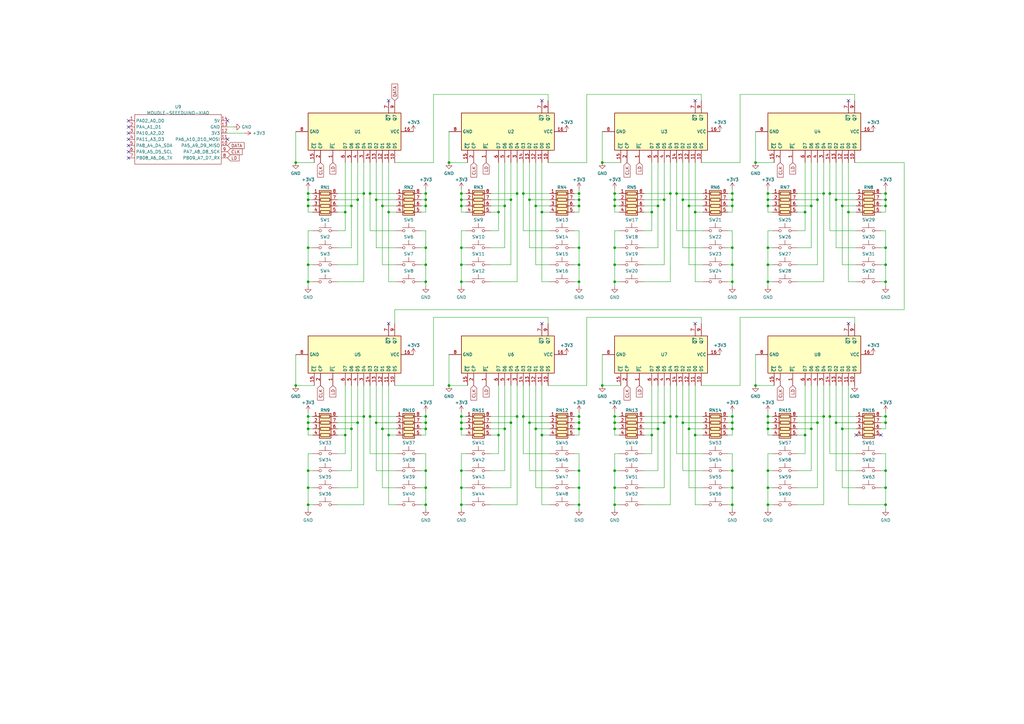
<source format=kicad_sch>
(kicad_sch (version 20230121) (generator eeschema)
  (paper "A3")
  (lib_symbols
    (symbol "74xx:74HC165"
      (property "Reference" "U" (at -7.62 19.05 0))
      (property "Value" "74HC165" (at -7.62 -21.59 0))
      (symbol "74HC165_1_0"
        (pin input line (at -12.7 -10.16 0) (length 5.08) (name "~{PL}") (number "1"))
        (pin input line (at -12.7 15.24 0) (length 5.08) (name "DS") (number "10"))
        (pin input line (at -12.7 12.7 0) (length 5.08) (name "D0") (number "11"))
        (pin input line (at -12.7 10.16 0) (length 5.08) (name "D1") (number "12"))
        (pin input line (at -12.7 7.62 0) (length 5.08) (name "D2") (number "13"))
        (pin input line (at -12.7 5.08 0) (length 5.08) (name "D3") (number "14"))
        (pin input line (at -12.7 -17.78 0) (length 5.08) (name "~{CE}") (number "15"))
        (pin power_in line (at 0 22.86 270) (length 5.08) (name "VCC") (number "16"))
        (pin input line (at -12.7 -15.24 0) (length 5.08) (name "CP") (number "2"))
        (pin input line (at -12.7 2.54 0) (length 5.08) (name "D4") (number "3"))
        (pin input line (at -12.7 0 0) (length 5.08) (name "D5") (number "4"))
        (pin input line (at -12.7 -2.54 0) (length 5.08) (name "D6") (number "5"))
        (pin input line (at -12.7 -5.08 0) (length 5.08) (name "D7") (number "6"))
        (pin output line (at 12.7 12.7 180) (length 5.08) (name "~{Q7}") (number "7"))
        (pin power_in line (at 0 -25.4 90) (length 5.08) (name "GND") (number "8"))
        (pin output line (at 12.7 15.24 180) (length 5.08) (name "Q7") (number "9"))
      )
    )
    (symbol "Device:R_Pack04" (pin_names (offset 0) hide)
      (property "Reference" "RN" (at -7.62 0 90))
      (property "Value" "R_Pack04" (at 5.08 0 90))
      (symbol "R_Pack04_1_1"
        (pin passive line (at -5.08 -5.08 90) (length 2.54) (name "R1.1") (number "1"))
        (pin passive line (at -2.54 -5.08 90) (length 2.54) (name "R2.1") (number "2"))
        (pin passive line (at 0 -5.08 90) (length 2.54) (name "R3.1") (number "3"))
        (pin passive line (at 2.54 -5.08 90) (length 2.54) (name "R4.1") (number "4"))
        (pin passive line (at 2.54 5.08 270) (length 2.54) (name "R4.2") (number "5"))
        (pin passive line (at 0 5.08 270) (length 2.54) (name "R3.2") (number "6"))
        (pin passive line (at -2.54 5.08 270) (length 2.54) (name "R2.2") (number "7"))
        (pin passive line (at -5.08 5.08 270) (length 2.54) (name "R1.2") (number "8"))
      )
    )
    (symbol "MOUDLE-SEEEDUINO-XIAO:MOUDLE-SEEEDUINO-XIAO"
      (property "Reference" "U" (at -16.51 11.43 0))
      (property "Value" "MOUDLE-SEEEDUINO-XIAO" (at -3.81 -11.43 0))
      (symbol "MOUDLE-SEEEDUINO-XIAO_1_1"
        (pin unspecified line (at -19.05 7.62 0) (length 2.54) (name "PA02_A0_D0") (number "1"))
        (pin unspecified line (at 21.59 -2.54 180) (length 2.54) (name "PA5_A9_D9_MISO") (number "10"))
        (pin unspecified line (at 21.59 0 180) (length 2.54) (name "PA6_A10_D10_MOSI") (number "11"))
        (pin unspecified line (at 21.59 2.54 180) (length 2.54) (name "3V3") (number "12"))
        (pin unspecified line (at 21.59 5.08 180) (length 2.54) (name "GND") (number "13"))
        (pin unspecified line (at 21.59 7.62 180) (length 2.54) (name "5V") (number "14"))
        (pin unspecified line (at -19.05 5.08 0) (length 2.54) (name "PA4_A1_D1") (number "2"))
        (pin unspecified line (at -19.05 2.54 0) (length 2.54) (name "PA10_A2_D2") (number "3"))
        (pin unspecified line (at -19.0468 0.0151 0) (length 2.54) (name "PA11_A3_D3") (number "4"))
        (pin unspecified line (at -19.05 -2.54 0) (length 2.54) (name "PA8_A4_D4_SDA") (number "5"))
        (pin unspecified line (at -19.05 -5.08 0) (length 2.54) (name "PA9_A5_D5_SCL") (number "6"))
        (pin unspecified line (at -19.05 -7.62 0) (length 2.54) (name "PB08_A6_D6_TX") (number "7"))
        (pin unspecified line (at 21.59 -7.62 180) (length 2.54) (name "PB09_A7_D7_RX") (number "8"))
        (pin unspecified line (at 21.59 -5.08 180) (length 2.54) (name "PA7_A8_D8_SCK") (number "9"))
      )
    )
    (symbol "Switch:SW_Push" (pin_numbers hide) (pin_names (offset 1.016) hide)
      (property "Reference" "SW" (at 1.27 2.54 0))
      (property "Value" "SW_Push" (at 0 -1.524 0))
      (symbol "SW_Push_0_1"
        (pin passive line (at -5.08 0 0) (length 2.54) (name "1") (number "1"))
        (pin passive line (at 5.08 0 180) (length 2.54) (name "2") (number "2"))
      )
    )
    (symbol "power:+3V3" (power) (pin_names (offset 0))
      (property "Value" "+3V3" (at 0 3.556 0))
      (symbol "+3V3_1_1"
        (pin power_in line (at 0 0 90) (length 0) hide (name "+3V3") (number "1"))
      )
    )
    (symbol "power:GND" (power) (pin_names (offset 0))
      (property "Value" "GND" (at 0 -3.81 0))
      (symbol "GND_1_1"
        (pin power_in line (at 0 0 270) (length 0) hide (name "GND") (number "1"))
      )
    )
  )
  (junction (at 363.22 115.57))
  (junction (at 237.49 84.455))
  (junction (at 274.955 79.375))
  (junction (at 174.625 81.915))
  (junction (at 363.22 108.585))
  (junction (at 247.015 66.675))
  (junction (at 282.575 84.455))
  (junction (at 252.095 84.455))
  (junction (at 300.355 200.025))
  (junction (at 237.49 108.585))
  (junction (at 252.095 207.01))
  (junction (at 309.88 158.115))
  (junction (at 174.625 200.025))
  (junction (at 363.22 200.025))
  (junction (at 285.115 178.435))
  (junction (at 363.22 79.375))
  (junction (at 300.355 81.915))
  (junction (at 207.01 175.895))
  (junction (at 247.015 158.115))
  (junction (at 159.385 86.995))
  (junction (at 174.625 84.455))
  (junction (at 219.71 84.455))
  (junction (at 189.23 101.6))
  (junction (at 237.49 173.355))
  (junction (at 144.145 84.455))
  (junction (at 330.2 178.435))
  (junction (at 126.365 175.895))
  (junction (at 363.22 101.6))
  (junction (at 269.875 84.455))
  (junction (at 219.71 175.895))
  (junction (at 332.74 175.895))
  (junction (at 345.44 84.455))
  (junction (at 189.23 84.455))
  (junction (at 252.095 79.375))
  (junction (at 126.365 200.025))
  (junction (at 126.365 84.455))
  (junction (at 314.96 175.895))
  (junction (at 237.49 207.01))
  (junction (at 300.355 101.6))
  (junction (at 314.96 79.375))
  (junction (at 237.49 101.6))
  (junction (at 151.765 170.815))
  (junction (at 340.36 170.815))
  (junction (at 337.82 79.375))
  (junction (at 126.365 173.355))
  (junction (at 159.385 178.435))
  (junction (at 189.23 81.915))
  (junction (at 237.49 193.04))
  (junction (at 214.63 170.815))
  (junction (at 217.17 173.355))
  (junction (at 174.625 108.585))
  (junction (at 272.415 173.355))
  (junction (at 300.355 79.375))
  (junction (at 252.095 170.815))
  (junction (at 189.23 200.025))
  (junction (at 300.355 115.57))
  (junction (at 252.095 173.355))
  (junction (at 314.96 84.455))
  (junction (at 314.96 108.585))
  (junction (at 300.355 173.355))
  (junction (at 189.23 193.04))
  (junction (at 330.2 86.995))
  (junction (at 252.095 175.895))
  (junction (at 363.22 207.01))
  (junction (at 126.365 79.375))
  (junction (at 209.55 173.355))
  (junction (at 337.82 170.815))
  (junction (at 212.09 170.815))
  (junction (at 189.23 207.01))
  (junction (at 345.44 175.895))
  (junction (at 314.96 81.915))
  (junction (at 154.305 173.355))
  (junction (at 217.17 81.915))
  (junction (at 300.355 193.04))
  (junction (at 277.495 170.815))
  (junction (at 363.22 81.915))
  (junction (at 300.355 207.01))
  (junction (at 363.22 170.815))
  (junction (at 212.09 79.375))
  (junction (at 252.095 81.915))
  (junction (at 126.365 170.815))
  (junction (at 363.22 173.355))
  (junction (at 174.625 101.6))
  (junction (at 146.685 173.355))
  (junction (at 121.285 66.675))
  (junction (at 141.605 86.995))
  (junction (at 174.625 193.04))
  (junction (at 189.23 173.355))
  (junction (at 314.96 200.025))
  (junction (at 144.145 175.895))
  (junction (at 314.96 173.355))
  (junction (at 209.55 81.915))
  (junction (at 174.625 207.01))
  (junction (at 156.845 84.455))
  (junction (at 309.88 66.675))
  (junction (at 252.095 200.025))
  (junction (at 126.365 115.57))
  (junction (at 274.955 170.815))
  (junction (at 267.335 178.435))
  (junction (at 335.28 81.915))
  (junction (at 189.23 108.585))
  (junction (at 314.96 193.04))
  (junction (at 204.47 86.995))
  (junction (at 267.335 86.995))
  (junction (at 141.605 178.435))
  (junction (at 332.74 84.455))
  (junction (at 252.095 108.585))
  (junction (at 207.01 84.455))
  (junction (at 280.035 81.915))
  (junction (at 237.49 115.57))
  (junction (at 151.765 79.375))
  (junction (at 280.035 173.355))
  (junction (at 347.98 86.995))
  (junction (at 237.49 170.815))
  (junction (at 222.25 178.435))
  (junction (at 126.365 207.01))
  (junction (at 214.63 79.375))
  (junction (at 126.365 193.04))
  (junction (at 204.47 178.435))
  (junction (at 184.15 158.115))
  (junction (at 252.095 115.57))
  (junction (at 363.22 193.04))
  (junction (at 282.575 175.895))
  (junction (at 252.095 101.6))
  (junction (at 314.96 170.815))
  (junction (at 300.355 175.895))
  (junction (at 335.28 173.355))
  (junction (at 189.23 170.815))
  (junction (at 149.225 79.375))
  (junction (at 300.355 170.815))
  (junction (at 237.49 175.895))
  (junction (at 237.49 200.025))
  (junction (at 314.96 115.57))
  (junction (at 156.845 175.895))
  (junction (at 189.23 175.895))
  (junction (at 189.23 79.375))
  (junction (at 174.625 170.815))
  (junction (at 314.96 207.01))
  (junction (at 126.365 81.915))
  (junction (at 174.625 79.375))
  (junction (at 126.365 108.585))
  (junction (at 300.355 108.585))
  (junction (at 272.415 81.915))
  (junction (at 314.96 101.6))
  (junction (at 146.685 81.915))
  (junction (at 174.625 175.895))
  (junction (at 121.285 158.115))
  (junction (at 174.625 115.57))
  (junction (at 340.36 79.375))
  (junction (at 277.495 79.375))
  (junction (at 252.095 193.04))
  (junction (at 363.22 84.455))
  (junction (at 126.365 101.6))
  (junction (at 237.49 79.375))
  (junction (at 269.875 175.895))
  (junction (at 300.355 84.455))
  (junction (at 237.49 81.915))
  (junction (at 342.9 81.915))
  (junction (at 285.115 86.995))
  (junction (at 174.625 173.355))
  (junction (at 154.305 81.915))
  (junction (at 149.225 170.815))
  (junction (at 184.15 66.675))
  (junction (at 189.23 115.57))
  (junction (at 222.25 86.995))
  (junction (at 342.9 173.355))
  (no_connect (at 285.115 41.275))
  (no_connect (at 361.315 178.435))
  (no_connect (at 52.705 52.07))
  (no_connect (at 222.25 132.715))
  (no_connect (at 285.115 132.715))
  (no_connect (at 93.345 57.15))
  (no_connect (at 52.705 54.61))
  (no_connect (at 52.705 59.69))
  (no_connect (at 52.705 57.15))
  (no_connect (at 222.25 41.275))
  (no_connect (at 52.705 62.23))
  (no_connect (at 347.98 132.715))
  (no_connect (at 52.705 49.53))
  (no_connect (at 347.98 41.275))
  (no_connect (at 351.155 178.435))
  (no_connect (at 52.705 64.77))
  (no_connect (at 159.385 41.275))
  (no_connect (at 93.345 49.53))
  (no_connect (at 159.385 132.715))
  (wire (pts (xy 277.495 186.055) (xy 288.29 186.055)))
  (wire (pts (xy 300.355 207.01) (xy 300.355 200.025)))
  (wire (pts (xy 264.16 178.435) (xy 267.335 178.435)))
  (wire (pts (xy 189.23 170.815) (xy 189.23 173.355)))
  (wire (pts (xy 172.72 101.6) (xy 174.625 101.6)))
  (wire (pts (xy 126.365 101.6) (xy 128.27 101.6)))
  (wire (pts (xy 252.095 168.91) (xy 252.095 170.815)))
  (wire (pts (xy 224.79 66.675) (xy 240.665 66.675)))
  (wire (pts (xy 332.74 84.455) (xy 332.74 66.675)))
  (wire (pts (xy 177.8 158.115) (xy 177.8 130.175)))
  (wire (pts (xy 330.2 94.615) (xy 327.025 94.615)))
  (wire (pts (xy 138.43 115.57) (xy 149.225 115.57)))
  (wire (pts (xy 252.095 101.6) (xy 252.095 108.585)))
  (wire (pts (xy 282.575 66.675) (xy 282.575 84.455)))
  (wire (pts (xy 370.84 127) (xy 161.925 127)))
  (wire (pts (xy 212.09 115.57) (xy 212.09 79.375)))
  (wire (pts (xy 300.355 186.055) (xy 298.45 186.055)))
  (wire (pts (xy 151.765 79.375) (xy 162.56 79.375)))
  (wire (pts (xy 314.96 193.04) (xy 316.865 193.04)))
  (wire (pts (xy 172.72 170.815) (xy 174.625 170.815)))
  (wire (pts (xy 252.095 108.585) (xy 252.095 115.57)))
  (wire (pts (xy 126.365 200.025) (xy 128.27 200.025)))
  (wire (pts (xy 300.355 101.6) (xy 300.355 94.615)))
  (wire (pts (xy 209.55 66.675) (xy 209.55 81.915)))
  (wire (pts (xy 138.43 193.04) (xy 144.145 193.04)))
  (wire (pts (xy 361.315 81.915) (xy 363.22 81.915)))
  (wire (pts (xy 162.56 86.995) (xy 159.385 86.995)))
  (wire (pts (xy 201.295 115.57) (xy 212.09 115.57)))
  (wire (pts (xy 240.665 66.675) (xy 240.665 38.735)))
  (wire (pts (xy 126.365 86.995) (xy 128.27 86.995)))
  (wire (pts (xy 144.145 84.455) (xy 144.145 66.675)))
  (wire (pts (xy 235.585 108.585) (xy 237.49 108.585)))
  (wire (pts (xy 214.63 158.115) (xy 214.63 170.815)))
  (wire (pts (xy 252.095 186.055) (xy 252.095 193.04)))
  (wire (pts (xy 189.23 101.6) (xy 191.135 101.6)))
  (wire (pts (xy 189.23 77.47) (xy 189.23 79.375)))
  (wire (pts (xy 347.98 66.675) (xy 347.98 86.995)))
  (wire (pts (xy 252.095 170.815) (xy 252.095 173.355)))
  (wire (pts (xy 219.71 175.895) (xy 219.71 200.025)))
  (wire (pts (xy 219.71 66.675) (xy 219.71 84.455)))
  (wire (pts (xy 189.23 207.01) (xy 191.135 207.01)))
  (wire (pts (xy 201.295 86.995) (xy 204.47 86.995)))
  (wire (pts (xy 363.22 101.6) (xy 363.22 94.615)))
  (wire (pts (xy 201.295 79.375) (xy 212.09 79.375)))
  (wire (pts (xy 189.23 81.915) (xy 191.135 81.915)))
  (wire (pts (xy 285.115 86.995) (xy 285.115 115.57)))
  (wire (pts (xy 363.22 94.615) (xy 361.315 94.615)))
  (wire (pts (xy 237.49 200.025) (xy 237.49 193.04)))
  (wire (pts (xy 252.095 81.915) (xy 252.095 84.455)))
  (wire (pts (xy 274.955 170.815) (xy 274.955 158.115)))
  (wire (pts (xy 219.71 84.455) (xy 219.71 108.585)))
  (wire (pts (xy 219.71 175.895) (xy 225.425 175.895)))
  (wire (pts (xy 189.23 94.615) (xy 189.23 101.6)))
  (wire (pts (xy 191.135 186.055) (xy 189.23 186.055)))
  (wire (pts (xy 300.355 178.435) (xy 298.45 178.435)))
  (wire (pts (xy 172.72 200.025) (xy 174.625 200.025)))
  (wire (pts (xy 138.43 207.01) (xy 149.225 207.01)))
  (wire (pts (xy 126.365 101.6) (xy 126.365 108.585)))
  (wire (pts (xy 335.28 81.915) (xy 335.28 108.585)))
  (wire (pts (xy 269.875 101.6) (xy 269.875 84.455)))
  (wire (pts (xy 189.23 86.995) (xy 191.135 86.995)))
  (wire (pts (xy 126.365 115.57) (xy 128.27 115.57)))
  (wire (pts (xy 363.22 200.025) (xy 363.22 193.04)))
  (wire (pts (xy 330.2 86.995) (xy 330.2 94.615)))
  (wire (pts (xy 222.25 178.435) (xy 222.25 207.01)))
  (wire (pts (xy 161.925 66.675) (xy 177.8 66.675)))
  (wire (pts (xy 161.925 127) (xy 161.925 132.715)))
  (wire (pts (xy 174.625 84.455) (xy 174.625 86.995)))
  (wire (pts (xy 335.28 108.585) (xy 327.025 108.585)))
  (wire (pts (xy 337.82 170.815) (xy 337.82 158.115)))
  (wire (pts (xy 217.17 173.355) (xy 217.17 193.04)))
  (wire (pts (xy 269.875 175.895) (xy 269.875 158.115)))
  (wire (pts (xy 184.15 158.115) (xy 191.77 158.115)))
  (wire (pts (xy 314.96 207.01) (xy 314.96 208.915)))
  (wire (pts (xy 235.585 207.01) (xy 237.49 207.01)))
  (wire (pts (xy 337.82 207.01) (xy 337.82 170.815)))
  (wire (pts (xy 337.82 115.57) (xy 337.82 79.375)))
  (wire (pts (xy 363.22 81.915) (xy 363.22 84.455)))
  (wire (pts (xy 252.095 101.6) (xy 254 101.6)))
  (wire (pts (xy 272.415 66.675) (xy 272.415 81.915)))
  (wire (pts (xy 121.285 53.975) (xy 121.285 66.675)))
  (wire (pts (xy 209.55 173.355) (xy 209.55 200.025)))
  (wire (pts (xy 121.285 66.675) (xy 128.905 66.675)))
  (wire (pts (xy 298.45 200.025) (xy 300.355 200.025)))
  (wire (pts (xy 252.095 173.355) (xy 254 173.355)))
  (wire (pts (xy 342.9 81.915) (xy 351.155 81.915)))
  (wire (pts (xy 146.685 158.115) (xy 146.685 173.355)))
  (wire (pts (xy 252.095 170.815) (xy 254 170.815)))
  (wire (pts (xy 189.23 108.585) (xy 191.135 108.585)))
  (wire (pts (xy 285.115 178.435) (xy 285.115 207.01)))
  (wire (pts (xy 174.625 79.375) (xy 174.625 81.915)))
  (wire (pts (xy 174.625 94.615) (xy 172.72 94.615)))
  (wire (pts (xy 309.88 53.975) (xy 309.88 66.675)))
  (wire (pts (xy 201.295 178.435) (xy 204.47 178.435)))
  (wire (pts (xy 204.47 186.055) (xy 201.295 186.055)))
  (wire (pts (xy 219.71 200.025) (xy 225.425 200.025)))
  (wire (pts (xy 269.875 193.04) (xy 269.875 175.895)))
  (wire (pts (xy 172.72 84.455) (xy 174.625 84.455)))
  (wire (pts (xy 285.115 115.57) (xy 288.29 115.57)))
  (wire (pts (xy 285.115 207.01) (xy 288.29 207.01)))
  (wire (pts (xy 267.335 178.435) (xy 267.335 186.055)))
  (wire (pts (xy 128.27 94.615) (xy 126.365 94.615)))
  (wire (pts (xy 237.49 81.915) (xy 237.49 84.455)))
  (wire (pts (xy 149.225 79.375) (xy 149.225 66.675)))
  (wire (pts (xy 363.22 115.57) (xy 363.22 108.585)))
  (wire (pts (xy 189.23 178.435) (xy 191.135 178.435)))
  (wire (pts (xy 280.035 81.915) (xy 288.29 81.915)))
  (wire (pts (xy 237.49 108.585) (xy 237.49 101.6)))
  (wire (pts (xy 224.79 130.175) (xy 224.79 132.715)))
  (wire (pts (xy 332.74 193.04) (xy 332.74 175.895)))
  (wire (pts (xy 314.96 108.585) (xy 314.96 115.57)))
  (wire (pts (xy 363.22 208.915) (xy 363.22 207.01)))
  (wire (pts (xy 300.355 208.915) (xy 300.355 207.01)))
  (wire (pts (xy 342.9 173.355) (xy 342.9 193.04)))
  (wire (pts (xy 285.115 158.115) (xy 285.115 178.435)))
  (wire (pts (xy 144.145 193.04) (xy 144.145 175.895)))
  (wire (pts (xy 345.44 175.895) (xy 351.155 175.895)))
  (wire (pts (xy 149.225 115.57) (xy 149.225 79.375)))
  (wire (pts (xy 189.23 115.57) (xy 189.23 117.475)))
  (wire (pts (xy 287.655 66.675) (xy 303.53 66.675)))
  (wire (pts (xy 189.23 175.895) (xy 191.135 175.895)))
  (wire (pts (xy 237.49 208.915) (xy 237.49 207.01)))
  (wire (pts (xy 347.98 207.01) (xy 363.22 207.01)))
  (wire (pts (xy 189.23 173.355) (xy 191.135 173.355)))
  (wire (pts (xy 237.49 193.04) (xy 237.49 186.055)))
  (wire (pts (xy 340.36 79.375) (xy 340.36 94.615)))
  (wire (pts (xy 282.575 108.585) (xy 288.29 108.585)))
  (wire (pts (xy 146.685 81.915) (xy 146.685 108.585)))
  (wire (pts (xy 209.55 108.585) (xy 201.295 108.585)))
  (wire (pts (xy 361.315 101.6) (xy 363.22 101.6)))
  (wire (pts (xy 235.585 193.04) (xy 237.49 193.04)))
  (wire (pts (xy 247.015 53.975) (xy 247.015 66.675)))
  (wire (pts (xy 146.685 173.355) (xy 146.685 200.025)))
  (wire (pts (xy 126.365 200.025) (xy 126.365 207.01)))
  (wire (pts (xy 126.365 168.91) (xy 126.365 170.815)))
  (wire (pts (xy 264.16 193.04) (xy 269.875 193.04)))
  (wire (pts (xy 126.365 84.455) (xy 126.365 86.995)))
  (wire (pts (xy 314.96 168.91) (xy 314.96 170.815)))
  (wire (pts (xy 93.345 52.07) (xy 95.885 52.07)))
  (wire (pts (xy 141.605 158.115) (xy 141.605 178.435)))
  (wire (pts (xy 207.01 84.455) (xy 207.01 66.675)))
  (wire (pts (xy 300.355 173.355) (xy 300.355 175.895)))
  (wire (pts (xy 363.22 108.585) (xy 363.22 101.6)))
  (wire (pts (xy 252.095 178.435) (xy 254 178.435)))
  (wire (pts (xy 207.01 193.04) (xy 207.01 175.895)))
  (wire (pts (xy 149.225 207.01) (xy 149.225 170.815)))
  (wire (pts (xy 252.095 84.455) (xy 252.095 86.995)))
  (wire (pts (xy 126.365 84.455) (xy 128.27 84.455)))
  (wire (pts (xy 141.605 94.615) (xy 138.43 94.615)))
  (wire (pts (xy 252.095 200.025) (xy 254 200.025)))
  (wire (pts (xy 288.29 178.435) (xy 285.115 178.435)))
  (wire (pts (xy 151.765 186.055) (xy 162.56 186.055)))
  (wire (pts (xy 237.49 79.375) (xy 237.49 81.915)))
  (wire (pts (xy 363.22 77.47) (xy 363.22 79.375)))
  (wire (pts (xy 225.425 178.435) (xy 222.25 178.435)))
  (wire (pts (xy 288.29 86.995) (xy 285.115 86.995)))
  (wire (pts (xy 212.09 207.01) (xy 212.09 170.815)))
  (wire (pts (xy 189.23 200.025) (xy 191.135 200.025)))
  (wire (pts (xy 126.365 170.815) (xy 128.27 170.815)))
  (wire (pts (xy 300.355 77.47) (xy 300.355 79.375)))
  (wire (pts (xy 154.305 66.675) (xy 154.305 81.915)))
  (wire (pts (xy 300.355 84.455) (xy 300.355 86.995)))
  (wire (pts (xy 159.385 178.435) (xy 159.385 207.01)))
  (wire (pts (xy 126.365 186.055) (xy 126.365 193.04)))
  (wire (pts (xy 342.9 173.355) (xy 351.155 173.355)))
  (wire (pts (xy 264.16 173.355) (xy 272.415 173.355)))
  (wire (pts (xy 298.45 207.01) (xy 300.355 207.01)))
  (wire (pts (xy 217.17 158.115) (xy 217.17 173.355)))
  (wire (pts (xy 327.025 101.6) (xy 332.74 101.6)))
  (wire (pts (xy 300.355 79.375) (xy 300.355 81.915)))
  (wire (pts (xy 314.96 108.585) (xy 316.865 108.585)))
  (wire (pts (xy 300.355 175.895) (xy 300.355 178.435)))
  (wire (pts (xy 252.095 79.375) (xy 252.095 81.915)))
  (wire (pts (xy 225.425 86.995) (xy 222.25 86.995)))
  (wire (pts (xy 282.575 175.895) (xy 288.29 175.895)))
  (wire (pts (xy 314.96 77.47) (xy 314.96 79.375)))
  (wire (pts (xy 159.385 86.995) (xy 159.385 115.57)))
  (wire (pts (xy 361.315 170.815) (xy 363.22 170.815)))
  (wire (pts (xy 138.43 84.455) (xy 144.145 84.455)))
  (wire (pts (xy 172.72 79.375) (xy 174.625 79.375)))
  (wire (pts (xy 298.45 170.815) (xy 300.355 170.815)))
  (wire (pts (xy 177.8 130.175) (xy 224.79 130.175)))
  (wire (pts (xy 235.585 173.355) (xy 237.49 173.355)))
  (wire (pts (xy 138.43 79.375) (xy 149.225 79.375)))
  (wire (pts (xy 300.355 115.57) (xy 300.355 108.585)))
  (wire (pts (xy 126.365 170.815) (xy 126.365 173.355)))
  (wire (pts (xy 240.665 130.175) (xy 287.655 130.175)))
  (wire (pts (xy 316.865 94.615) (xy 314.96 94.615)))
  (wire (pts (xy 330.2 158.115) (xy 330.2 178.435)))
  (wire (pts (xy 267.335 186.055) (xy 264.16 186.055)))
  (wire (pts (xy 172.72 173.355) (xy 174.625 173.355)))
  (wire (pts (xy 363.22 207.01) (xy 363.22 200.025)))
  (wire (pts (xy 189.23 84.455) (xy 189.23 86.995)))
  (wire (pts (xy 189.23 108.585) (xy 189.23 115.57)))
  (wire (pts (xy 267.335 86.995) (xy 267.335 94.615)))
  (wire (pts (xy 217.17 66.675) (xy 217.17 81.915)))
  (wire (pts (xy 264.16 101.6) (xy 269.875 101.6)))
  (wire (pts (xy 300.355 193.04) (xy 300.355 186.055)))
  (wire (pts (xy 224.79 38.735) (xy 224.79 41.275)))
  (wire (pts (xy 303.53 158.115) (xy 303.53 130.175)))
  (wire (pts (xy 300.355 170.815) (xy 300.355 173.355)))
  (wire (pts (xy 154.305 81.915) (xy 162.56 81.915)))
  (wire (pts (xy 174.625 178.435) (xy 172.72 178.435)))
  (wire (pts (xy 314.96 178.435) (xy 316.865 178.435)))
  (wire (pts (xy 327.025 178.435) (xy 330.2 178.435)))
  (wire (pts (xy 222.25 158.115) (xy 222.25 178.435)))
  (wire (pts (xy 264.16 84.455) (xy 269.875 84.455)))
  (wire (pts (xy 342.9 81.915) (xy 342.9 101.6)))
  (wire (pts (xy 274.955 115.57) (xy 274.955 79.375)))
  (wire (pts (xy 337.82 79.375) (xy 337.82 66.675)))
  (wire (pts (xy 214.63 66.675) (xy 214.63 79.375)))
  (wire (pts (xy 264.16 207.01) (xy 274.955 207.01)))
  (wire (pts (xy 342.9 101.6) (xy 351.155 101.6)))
  (wire (pts (xy 314.96 173.355) (xy 316.865 173.355)))
  (wire (pts (xy 252.095 115.57) (xy 254 115.57)))
  (wire (pts (xy 252.095 94.615) (xy 252.095 101.6)))
  (wire (pts (xy 141.605 178.435) (xy 141.605 186.055)))
  (wire (pts (xy 222.25 115.57) (xy 225.425 115.57)))
  (wire (pts (xy 189.23 115.57) (xy 191.135 115.57)))
  (wire (pts (xy 264.16 79.375) (xy 274.955 79.375)))
  (wire (pts (xy 314.96 115.57) (xy 316.865 115.57)))
  (wire (pts (xy 252.095 115.57) (xy 252.095 117.475)))
  (wire (pts (xy 126.365 81.915) (xy 126.365 84.455)))
  (wire (pts (xy 235.585 101.6) (xy 237.49 101.6)))
  (wire (pts (xy 154.305 101.6) (xy 162.56 101.6)))
  (wire (pts (xy 189.23 193.04) (xy 191.135 193.04)))
  (wire (pts (xy 252.095 175.895) (xy 254 175.895)))
  (wire (pts (xy 235.585 81.915) (xy 237.49 81.915)))
  (wire (pts (xy 314.96 81.915) (xy 314.96 84.455)))
  (wire (pts (xy 172.72 175.895) (xy 174.625 175.895)))
  (wire (pts (xy 351.155 86.995) (xy 347.98 86.995)))
  (wire (pts (xy 212.09 170.815) (xy 212.09 158.115)))
  (wire (pts (xy 201.295 101.6) (xy 207.01 101.6)))
  (wire (pts (xy 314.96 84.455) (xy 314.96 86.995)))
  (wire (pts (xy 280.035 158.115) (xy 280.035 173.355)))
  (wire (pts (xy 361.315 79.375) (xy 363.22 79.375)))
  (wire (pts (xy 174.625 81.915) (xy 174.625 84.455)))
  (wire (pts (xy 327.025 173.355) (xy 335.28 173.355)))
  (wire (pts (xy 274.955 79.375) (xy 274.955 66.675)))
  (wire (pts (xy 154.305 81.915) (xy 154.305 101.6)))
  (wire (pts (xy 189.23 200.025) (xy 189.23 207.01)))
  (wire (pts (xy 201.295 207.01) (xy 212.09 207.01)))
  (wire (pts (xy 277.495 158.115) (xy 277.495 170.815)))
  (wire (pts (xy 272.415 158.115) (xy 272.415 173.355)))
  (wire (pts (xy 174.625 175.895) (xy 174.625 178.435)))
  (wire (pts (xy 314.96 170.815) (xy 314.96 173.355)))
  (wire (pts (xy 237.49 77.47) (xy 237.49 79.375)))
  (wire (pts (xy 154.305 173.355) (xy 154.305 193.04)))
  (wire (pts (xy 174.625 208.915) (xy 174.625 207.01)))
  (wire (pts (xy 314.96 101.6) (xy 314.96 108.585)))
  (wire (pts (xy 332.74 101.6) (xy 332.74 84.455)))
  (wire (pts (xy 189.23 101.6) (xy 189.23 108.585)))
  (wire (pts (xy 314.96 79.375) (xy 314.96 81.915)))
  (wire (pts (xy 217.17 101.6) (xy 225.425 101.6)))
  (wire (pts (xy 282.575 200.025) (xy 288.29 200.025)))
  (wire (pts (xy 159.385 115.57) (xy 162.56 115.57)))
  (wire (pts (xy 212.09 79.375) (xy 212.09 66.675)))
  (wire (pts (xy 314.96 81.915) (xy 316.865 81.915)))
  (wire (pts (xy 272.415 108.585) (xy 264.16 108.585)))
  (wire (pts (xy 252.095 207.01) (xy 252.095 208.915)))
  (wire (pts (xy 330.2 66.675) (xy 330.2 86.995)))
  (wire (pts (xy 314.96 101.6) (xy 316.865 101.6)))
  (wire (pts (xy 141.605 186.055) (xy 138.43 186.055)))
  (wire (pts (xy 282.575 175.895) (xy 282.575 200.025)))
  (wire (pts (xy 327.025 193.04) (xy 332.74 193.04)))
  (wire (pts (xy 151.765 79.375) (xy 151.765 94.615)))
  (wire (pts (xy 361.315 193.04) (xy 363.22 193.04)))
  (wire (pts (xy 342.9 158.115) (xy 342.9 173.355)))
  (wire (pts (xy 335.28 158.115) (xy 335.28 173.355)))
  (wire (pts (xy 235.585 200.025) (xy 237.49 200.025)))
  (wire (pts (xy 174.625 86.995) (xy 172.72 86.995)))
  (wire (pts (xy 252.095 207.01) (xy 254 207.01)))
  (wire (pts (xy 151.765 94.615) (xy 162.56 94.615)))
  (wire (pts (xy 340.36 186.055) (xy 351.155 186.055)))
  (wire (pts (xy 298.45 175.895) (xy 300.355 175.895)))
  (wire (pts (xy 287.655 130.175) (xy 287.655 132.715)))
  (wire (pts (xy 314.96 175.895) (xy 314.96 178.435)))
  (wire (pts (xy 93.345 54.61) (xy 100.33 54.61)))
  (wire (pts (xy 174.625 168.91) (xy 174.625 170.815)))
  (wire (pts (xy 314.96 207.01) (xy 316.865 207.01)))
  (wire (pts (xy 219.71 158.115) (xy 219.71 175.895)))
  (wire (pts (xy 189.23 81.915) (xy 189.23 84.455)))
  (wire (pts (xy 280.035 193.04) (xy 288.29 193.04)))
  (wire (pts (xy 156.845 175.895) (xy 156.845 200.025)))
  (wire (pts (xy 189.23 168.91) (xy 189.23 170.815)))
  (wire (pts (xy 345.44 200.025) (xy 351.155 200.025)))
  (wire (pts (xy 146.685 108.585) (xy 138.43 108.585)))
  (wire (pts (xy 217.17 81.915) (xy 217.17 101.6)))
  (wire (pts (xy 138.43 178.435) (xy 141.605 178.435)))
  (wire (pts (xy 252.095 175.895) (xy 252.095 178.435)))
  (wire (pts (xy 189.23 79.375) (xy 189.23 81.915)))
  (wire (pts (xy 214.63 186.055) (xy 225.425 186.055)))
  (wire (pts (xy 361.315 173.355) (xy 363.22 173.355)))
  (wire (pts (xy 303.53 130.175) (xy 350.52 130.175)))
  (wire (pts (xy 314.96 200.025) (xy 316.865 200.025)))
  (wire (pts (xy 316.865 186.055) (xy 314.96 186.055)))
  (wire (pts (xy 237.49 86.995) (xy 235.585 86.995)))
  (wire (pts (xy 264.16 115.57) (xy 274.955 115.57)))
  (wire (pts (xy 189.23 79.375) (xy 191.135 79.375)))
  (wire (pts (xy 174.625 101.6) (xy 174.625 94.615)))
  (wire (pts (xy 298.45 173.355) (xy 300.355 173.355)))
  (wire (pts (xy 314.96 170.815) (xy 316.865 170.815)))
  (wire (pts (xy 189.23 186.055) (xy 189.23 193.04)))
  (wire (pts (xy 126.365 207.01) (xy 128.27 207.01)))
  (wire (pts (xy 184.15 66.675) (xy 191.77 66.675)))
  (wire (pts (xy 161.925 158.115) (xy 177.8 158.115)))
  (wire (pts (xy 189.23 175.895) (xy 189.23 178.435)))
  (wire (pts (xy 237.49 173.355) (xy 237.49 175.895)))
  (wire (pts (xy 141.605 86.995) (xy 141.605 94.615)))
  (wire (pts (xy 207.01 101.6) (xy 207.01 84.455)))
  (wire (pts (xy 237.49 168.91) (xy 237.49 170.815)))
  (wire (pts (xy 154.305 193.04) (xy 162.56 193.04)))
  (wire (pts (xy 247.015 66.675) (xy 254.635 66.675)))
  (wire (pts (xy 222.25 66.675) (xy 222.25 86.995)))
  (wire (pts (xy 214.63 79.375) (xy 225.425 79.375)))
  (wire (pts (xy 340.36 66.675) (xy 340.36 79.375)))
  (wire (pts (xy 219.71 84.455) (xy 225.425 84.455)))
  (wire (pts (xy 126.365 193.04) (xy 128.27 193.04)))
  (wire (pts (xy 314.96 84.455) (xy 316.865 84.455)))
  (wire (pts (xy 314.96 86.995) (xy 316.865 86.995)))
  (wire (pts (xy 347.98 115.57) (xy 351.155 115.57)))
  (wire (pts (xy 154.305 173.355) (xy 162.56 173.355)))
  (wire (pts (xy 350.52 130.175) (xy 350.52 132.715)))
  (wire (pts (xy 151.765 158.115) (xy 151.765 170.815)))
  (wire (pts (xy 298.45 115.57) (xy 300.355 115.57)))
  (wire (pts (xy 272.415 200.025) (xy 264.16 200.025)))
  (wire (pts (xy 327.025 175.895) (xy 332.74 175.895)))
  (wire (pts (xy 247.015 158.115) (xy 254.635 158.115)))
  (wire (pts (xy 298.45 84.455) (xy 300.355 84.455)))
  (wire (pts (xy 280.035 81.915) (xy 280.035 101.6)))
  (wire (pts (xy 214.63 170.815) (xy 225.425 170.815)))
  (wire (pts (xy 252.095 84.455) (xy 254 84.455)))
  (wire (pts (xy 217.17 81.915) (xy 225.425 81.915)))
  (wire (pts (xy 201.295 170.815) (xy 212.09 170.815)))
  (wire (pts (xy 252.095 173.355) (xy 252.095 175.895)))
  (wire (pts (xy 156.845 84.455) (xy 156.845 108.585)))
  (wire (pts (xy 327.025 79.375) (xy 337.82 79.375)))
  (wire (pts (xy 240.665 38.735) (xy 287.655 38.735)))
  (wire (pts (xy 189.23 173.355) (xy 189.23 175.895)))
  (wire (pts (xy 235.585 115.57) (xy 237.49 115.57)))
  (wire (pts (xy 237.49 186.055) (xy 235.585 186.055)))
  (wire (pts (xy 237.49 84.455) (xy 237.49 86.995)))
  (wire (pts (xy 138.43 81.915) (xy 146.685 81.915)))
  (wire (pts (xy 138.43 175.895) (xy 144.145 175.895)))
  (wire (pts (xy 314.96 200.025) (xy 314.96 207.01)))
  (wire (pts (xy 126.365 77.47) (xy 126.365 79.375)))
  (wire (pts (xy 237.49 175.895) (xy 237.49 178.435)))
  (wire (pts (xy 345.44 66.675) (xy 345.44 84.455)))
  (wire (pts (xy 335.28 173.355) (xy 335.28 200.025)))
  (wire (pts (xy 264.16 175.895) (xy 269.875 175.895)))
  (wire (pts (xy 264.16 86.995) (xy 267.335 86.995)))
  (wire (pts (xy 280.035 173.355) (xy 280.035 193.04)))
  (wire (pts (xy 126.365 108.585) (xy 126.365 115.57)))
  (wire (pts (xy 128.27 186.055) (xy 126.365 186.055)))
  (wire (pts (xy 298.45 101.6) (xy 300.355 101.6)))
  (wire (pts (xy 254 94.615) (xy 252.095 94.615)))
  (wire (pts (xy 363.22 168.91) (xy 363.22 170.815)))
  (wire (pts (xy 303.53 66.675) (xy 303.53 38.735)))
  (wire (pts (xy 272.415 81.915) (xy 272.415 108.585)))
  (wire (pts (xy 141.605 66.675) (xy 141.605 86.995)))
  (wire (pts (xy 214.63 79.375) (xy 214.63 94.615)))
  (wire (pts (xy 282.575 158.115) (xy 282.575 175.895)))
  (wire (pts (xy 201.295 84.455) (xy 207.01 84.455)))
  (wire (pts (xy 335.28 200.025) (xy 327.025 200.025)))
  (wire (pts (xy 172.72 81.915) (xy 174.625 81.915)))
  (wire (pts (xy 146.685 66.675) (xy 146.685 81.915)))
  (wire (pts (xy 126.365 173.355) (xy 128.27 173.355)))
  (wire (pts (xy 335.28 66.675) (xy 335.28 81.915)))
  (wire (pts (xy 172.72 207.01) (xy 174.625 207.01)))
  (wire (pts (xy 214.63 94.615) (xy 225.425 94.615)))
  (wire (pts (xy 274.955 207.01) (xy 274.955 170.815)))
  (wire (pts (xy 189.23 84.455) (xy 191.135 84.455)))
  (wire (pts (xy 264.16 81.915) (xy 272.415 81.915)))
  (wire (pts (xy 327.025 115.57) (xy 337.82 115.57)))
  (wire (pts (xy 201.295 193.04) (xy 207.01 193.04)))
  (wire (pts (xy 277.495 94.615) (xy 288.29 94.615)))
  (wire (pts (xy 126.365 175.895) (xy 126.365 178.435)))
  (wire (pts (xy 285.115 66.675) (xy 285.115 86.995)))
  (wire (pts (xy 191.135 94.615) (xy 189.23 94.615)))
  (wire (pts (xy 209.55 200.025) (xy 201.295 200.025)))
  (wire (pts (xy 144.145 101.6) (xy 144.145 84.455)))
  (wire (pts (xy 237.49 170.815) (xy 237.49 173.355)))
  (wire (pts (xy 287.655 38.735) (xy 287.655 41.275)))
  (wire (pts (xy 219.71 108.585) (xy 225.425 108.585)))
  (wire (pts (xy 126.365 115.57) (xy 126.365 117.475)))
  (wire (pts (xy 204.47 66.675) (xy 204.47 86.995)))
  (wire (pts (xy 363.22 117.475) (xy 363.22 115.57)))
  (wire (pts (xy 280.035 66.675) (xy 280.035 81.915)))
  (wire (pts (xy 287.655 158.115) (xy 303.53 158.115)))
  (wire (pts (xy 138.43 173.355) (xy 146.685 173.355)))
  (wire (pts (xy 126.365 108.585) (xy 128.27 108.585)))
  (wire (pts (xy 314.96 173.355) (xy 314.96 175.895)))
  (wire (pts (xy 159.385 158.115) (xy 159.385 178.435)))
  (wire (pts (xy 126.365 193.04) (xy 126.365 200.025)))
  (wire (pts (xy 172.72 193.04) (xy 174.625 193.04)))
  (wire (pts (xy 254 186.055) (xy 252.095 186.055)))
  (wire (pts (xy 174.625 170.815) (xy 174.625 173.355)))
  (wire (pts (xy 126.365 207.01) (xy 126.365 208.915)))
  (wire (pts (xy 363.22 86.995) (xy 361.315 86.995)))
  (wire (pts (xy 309.88 158.115) (xy 317.5 158.115)))
  (wire (pts (xy 237.49 178.435) (xy 235.585 178.435)))
  (wire (pts (xy 177.8 38.735) (xy 224.79 38.735)))
  (wire (pts (xy 126.365 81.915) (xy 128.27 81.915)))
  (wire (pts (xy 159.385 207.01) (xy 162.56 207.01)))
  (wire (pts (xy 151.765 170.815) (xy 151.765 186.055)))
  (wire (pts (xy 189.23 170.815) (xy 191.135 170.815)))
  (wire (pts (xy 201.295 173.355) (xy 209.55 173.355)))
  (wire (pts (xy 209.55 158.115) (xy 209.55 173.355)))
  (wire (pts (xy 126.365 178.435) (xy 128.27 178.435)))
  (wire (pts (xy 172.72 108.585) (xy 174.625 108.585)))
  (wire (pts (xy 267.335 66.675) (xy 267.335 86.995)))
  (wire (pts (xy 330.2 178.435) (xy 330.2 186.055)))
  (wire (pts (xy 121.285 158.115) (xy 128.905 158.115)))
  (wire (pts (xy 252.095 79.375) (xy 254 79.375)))
  (wire (pts (xy 151.765 66.675) (xy 151.765 79.375)))
  (wire (pts (xy 327.025 86.995) (xy 330.2 86.995)))
  (wire (pts (xy 235.585 84.455) (xy 237.49 84.455)))
  (wire (pts (xy 314.96 79.375) (xy 316.865 79.375)))
  (wire (pts (xy 327.025 84.455) (xy 332.74 84.455)))
  (wire (pts (xy 314.96 115.57) (xy 314.96 117.475)))
  (wire (pts (xy 264.16 170.815) (xy 274.955 170.815)))
  (wire (pts (xy 162.56 178.435) (xy 159.385 178.435)))
  (wire (pts (xy 361.315 115.57) (xy 363.22 115.57)))
  (wire (pts (xy 204.47 158.115) (xy 204.47 178.435)))
  (wire (pts (xy 174.625 173.355) (xy 174.625 175.895)))
  (wire (pts (xy 314.96 186.055) (xy 314.96 193.04)))
  (wire (pts (xy 184.15 145.415) (xy 184.15 158.115)))
  (wire (pts (xy 345.44 84.455) (xy 351.155 84.455)))
  (wire (pts (xy 342.9 193.04) (xy 351.155 193.04)))
  (wire (pts (xy 327.025 170.815) (xy 337.82 170.815)))
  (wire (pts (xy 204.47 86.995) (xy 204.47 94.615)))
  (wire (pts (xy 156.845 158.115) (xy 156.845 175.895)))
  (wire (pts (xy 269.875 84.455) (xy 269.875 66.675)))
  (wire (pts (xy 363.22 175.895) (xy 363.22 173.355)))
  (wire (pts (xy 350.52 66.675) (xy 370.84 66.675)))
  (wire (pts (xy 235.585 170.815) (xy 237.49 170.815)))
  (wire (pts (xy 204.47 178.435) (xy 204.47 186.055)))
  (wire (pts (xy 350.52 38.735) (xy 350.52 41.275)))
  (wire (pts (xy 361.315 108.585) (xy 363.22 108.585)))
  (wire (pts (xy 314.96 175.895) (xy 316.865 175.895)))
  (wire (pts (xy 361.315 175.895) (xy 363.22 175.895)))
  (wire (pts (xy 174.625 186.055) (xy 172.72 186.055)))
  (wire (pts (xy 138.43 101.6) (xy 144.145 101.6)))
  (wire (pts (xy 252.095 108.585) (xy 254 108.585)))
  (wire (pts (xy 314.96 193.04) (xy 314.96 200.025)))
  (wire (pts (xy 277.495 79.375) (xy 277.495 94.615)))
  (wire (pts (xy 282.575 84.455) (xy 282.575 108.585)))
  (wire (pts (xy 237.49 207.01) (xy 237.49 200.025)))
  (wire (pts (xy 177.8 66.675) (xy 177.8 38.735)))
  (wire (pts (xy 126.365 79.375) (xy 128.27 79.375)))
  (wire (pts (xy 156.845 200.025) (xy 162.56 200.025)))
  (wire (pts (xy 309.88 66.675) (xy 317.5 66.675)))
  (wire (pts (xy 363.22 193.04) (xy 363.22 186.055)))
  (wire (pts (xy 300.355 86.995) (xy 298.45 86.995)))
  (wire (pts (xy 298.45 79.375) (xy 300.355 79.375)))
  (wire (pts (xy 201.295 81.915) (xy 209.55 81.915)))
  (wire (pts (xy 156.845 66.675) (xy 156.845 84.455)))
  (wire (pts (xy 327.025 207.01) (xy 337.82 207.01)))
  (wire (pts (xy 298.45 193.04) (xy 300.355 193.04)))
  (wire (pts (xy 174.625 115.57) (xy 174.625 108.585)))
  (wire (pts (xy 222.25 86.995) (xy 222.25 115.57)))
  (wire (pts (xy 340.36 170.815) (xy 340.36 186.055)))
  (wire (pts (xy 363.22 79.375) (xy 363.22 81.915)))
  (wire (pts (xy 300.355 81.915) (xy 300.355 84.455)))
  (wire (pts (xy 207.01 175.895) (xy 207.01 158.115)))
  (wire (pts (xy 363.22 186.055) (xy 361.315 186.055)))
  (wire (pts (xy 151.765 170.815) (xy 162.56 170.815)))
  (wire (pts (xy 252.095 193.04) (xy 254 193.04)))
  (wire (pts (xy 300.355 108.585) (xy 300.355 101.6)))
  (wire (pts (xy 184.15 53.975) (xy 184.15 66.675)))
  (wire (pts (xy 174.625 108.585) (xy 174.625 101.6)))
  (wire (pts (xy 209.55 81.915) (xy 209.55 108.585)))
  (wire (pts (xy 172.72 115.57) (xy 174.625 115.57)))
  (wire (pts (xy 201.295 175.895) (xy 207.01 175.895)))
  (wire (pts (xy 156.845 175.895) (xy 162.56 175.895)))
  (wire (pts (xy 235.585 175.895) (xy 237.49 175.895)))
  (wire (pts (xy 217.17 173.355) (xy 225.425 173.355)))
  (wire (pts (xy 370.84 66.675) (xy 370.84 127)))
  (wire (pts (xy 298.45 81.915) (xy 300.355 81.915)))
  (wire (pts (xy 345.44 158.115) (xy 345.44 175.895)))
  (wire (pts (xy 345.44 84.455) (xy 345.44 108.585)))
  (wire (pts (xy 126.365 175.895) (xy 128.27 175.895)))
  (wire (pts (xy 174.625 207.01) (xy 174.625 200.025)))
  (wire (pts (xy 345.44 108.585) (xy 351.155 108.585)))
  (wire (pts (xy 340.36 170.815) (xy 351.155 170.815)))
  (wire (pts (xy 237.49 94.615) (xy 235.585 94.615)))
  (wire (pts (xy 222.25 207.01) (xy 225.425 207.01)))
  (wire (pts (xy 277.495 170.815) (xy 277.495 186.055)))
  (wire (pts (xy 247.015 145.415) (xy 247.015 158.115)))
  (wire (pts (xy 138.43 170.815) (xy 149.225 170.815)))
  (wire (pts (xy 300.355 94.615) (xy 298.45 94.615)))
  (wire (pts (xy 156.845 108.585) (xy 162.56 108.585)))
  (wire (pts (xy 300.355 200.025) (xy 300.355 193.04)))
  (wire (pts (xy 189.23 207.01) (xy 189.23 208.915)))
  (wire (pts (xy 340.36 79.375) (xy 351.155 79.375)))
  (wire (pts (xy 330.2 186.055) (xy 327.025 186.055)))
  (wire (pts (xy 361.315 200.025) (xy 363.22 200.025)))
  (wire (pts (xy 240.665 158.115) (xy 240.665 130.175)))
  (wire (pts (xy 237.49 117.475) (xy 237.49 115.57)))
  (wire (pts (xy 252.095 193.04) (xy 252.095 200.025)))
  (wire (pts (xy 126.365 94.615) (xy 126.365 101.6)))
  (wire (pts (xy 340.36 94.615) (xy 351.155 94.615)))
  (wire (pts (xy 300.355 168.91) (xy 300.355 170.815)))
  (wire (pts (xy 174.625 200.025) (xy 174.625 193.04)))
  (wire (pts (xy 235.585 79.375) (xy 237.49 79.375)))
  (wire (pts (xy 327.025 81.915) (xy 335.28 81.915)))
  (wire (pts (xy 214.63 170.815) (xy 214.63 186.055)))
  (wire (pts (xy 277.495 66.675) (xy 277.495 79.375)))
  (wire (pts (xy 126.365 79.375) (xy 126.365 81.915)))
  (wire (pts (xy 159.385 66.675) (xy 159.385 86.995)))
  (wire (pts (xy 224.79 158.115) (xy 240.665 158.115)))
  (wire (pts (xy 252.095 81.915) (xy 254 81.915)))
  (wire (pts (xy 252.095 77.47) (xy 252.095 79.375)))
  (wire (pts (xy 300.355 117.475) (xy 300.355 115.57)))
  (wire (pts (xy 121.285 145.415) (xy 121.285 158.115)))
  (wire (pts (xy 252.095 200.025) (xy 252.095 207.01)))
  (wire (pts (xy 252.095 86.995) (xy 254 86.995)))
  (wire (pts (xy 237.49 101.6) (xy 237.49 94.615)))
  (wire (pts (xy 361.315 84.455) (xy 363.22 84.455)))
  (wire (pts (xy 298.45 108.585) (xy 300.355 108.585)))
  (wire (pts (xy 280.035 173.355) (xy 288.29 173.355)))
  (wire (pts (xy 340.36 158.115) (xy 340.36 170.815)))
  (wire (pts (xy 144.145 175.895) (xy 144.145 158.115)))
  (wire (pts (xy 272.415 173.355) (xy 272.415 200.025)))
  (wire (pts (xy 204.47 94.615) (xy 201.295 94.615)))
  (wire (pts (xy 314.96 94.615) (xy 314.96 101.6)))
  (wire (pts (xy 345.44 175.895) (xy 345.44 200.025)))
  (wire (pts (xy 347.98 158.115) (xy 347.98 207.01)))
  (wire (pts (xy 303.53 38.735) (xy 350.52 38.735)))
  (wire (pts (xy 189.23 193.04) (xy 189.23 200.025)))
  (wire (pts (xy 347.98 86.995) (xy 347.98 115.57)))
  (wire (pts (xy 156.845 84.455) (xy 162.56 84.455)))
  (wire (pts (xy 332.74 175.895) (xy 332.74 158.115)))
  (wire (pts (xy 309.88 145.415) (xy 309.88 158.115)))
  (wire (pts (xy 363.22 173.355) (xy 363.22 170.815)))
  (wire (pts (xy 267.335 158.115) (xy 267.335 178.435)))
  (wire (pts (xy 138.43 86.995) (xy 141.605 86.995)))
  (wire (pts (xy 174.625 193.04) (xy 174.625 186.055)))
  (wire (pts (xy 277.495 79.375) (xy 288.29 79.375)))
  (wire (pts (xy 342.9 66.675) (xy 342.9 81.915)))
  (wire (pts (xy 174.625 117.475) (xy 174.625 115.57)))
  (wire (pts (xy 277.495 170.815) (xy 288.29 170.815)))
  (wire (pts (xy 174.625 77.47) (xy 174.625 79.375)))
  (wire (pts (xy 217.17 193.04) (xy 225.425 193.04)))
  (wire (pts (xy 146.685 200.025) (xy 138.43 200.025)))
  (wire (pts (xy 237.49 115.57) (xy 237.49 108.585)))
  (wire (pts (xy 363.22 84.455) (xy 363.22 86.995)))
  (wire (pts (xy 149.225 170.815) (xy 149.225 158.115)))
  (wire (pts (xy 154.305 158.115) (xy 154.305 173.355)))
  (wire (pts (xy 126.365 173.355) (xy 126.365 175.895)))
  (wire (pts (xy 267.335 94.615) (xy 264.16 94.615)))
  (wire (pts (xy 280.035 101.6) (xy 288.29 101.6)))
  (wire (pts (xy 282.575 84.455) (xy 288.29 84.455)))
  (global_label "CLK" (shape input) (at 257.175 66.675 270) (property "Intersheetrefs" "${INTERSHEET_REFS}" (effects hide)))
  (global_label "DATA" (shape input) (at 161.925 41.275 90) (property "Intersheetrefs" "${INTERSHEET_REFS}" (effects hide)))
  (global_label "CLK" (shape input) (at 93.345 62.23 0) (property "Intersheetrefs" "${INTERSHEET_REFS}" (effects hide)))
  (global_label "LD" (shape input) (at 325.12 158.115 270) (property "Intersheetrefs" "${INTERSHEET_REFS}" (effects hide)))
  (global_label "CLK" (shape input) (at 320.04 158.115 270) (property "Intersheetrefs" "${INTERSHEET_REFS}" (effects hide)))
  (global_label "DATA" (shape input) (at 93.345 59.69 0) (property "Intersheetrefs" "${INTERSHEET_REFS}" (effects hide)))
  (global_label "CLK" (shape input) (at 320.04 66.675 270) (property "Intersheetrefs" "${INTERSHEET_REFS}" (effects hide)))
  (global_label "LD" (shape input) (at 199.39 66.675 270) (property "Intersheetrefs" "${INTERSHEET_REFS}" (effects hide)))
  (global_label "LD" (shape input) (at 262.255 158.115 270) (property "Intersheetrefs" "${INTERSHEET_REFS}" (effects hide)))
  (global_label "CLK" (shape input) (at 194.31 66.675 270) (property "Intersheetrefs" "${INTERSHEET_REFS}" (effects hide)))
  (global_label "LD" (shape input) (at 93.345 64.77 0) (property "Intersheetrefs" "${INTERSHEET_REFS}" (effects hide)))
  (global_label "CLK" (shape input) (at 131.445 158.115 270) (property "Intersheetrefs" "${INTERSHEET_REFS}" (effects hide)))
  (global_label "CLK" (shape input) (at 194.31 158.115 270) (property "Intersheetrefs" "${INTERSHEET_REFS}" (effects hide)))
  (global_label "LD" (shape input) (at 199.39 158.115 270) (property "Intersheetrefs" "${INTERSHEET_REFS}" (effects hide)))
  (global_label "LD" (shape input) (at 136.525 158.115 270) (property "Intersheetrefs" "${INTERSHEET_REFS}" (effects hide)))
  (global_label "LD" (shape input) (at 262.255 66.675 270) (property "Intersheetrefs" "${INTERSHEET_REFS}" (effects hide)))
  (global_label "CLK" (shape input) (at 131.445 66.675 270) (property "Intersheetrefs" "${INTERSHEET_REFS}" (effects hide)))
  (global_label "LD" (shape input) (at 325.12 66.675 270) (property "Intersheetrefs" "${INTERSHEET_REFS}" (effects hide)))
  (global_label "CLK" (shape input) (at 257.175 158.115 270) (property "Intersheetrefs" "${INTERSHEET_REFS}" (effects hide)))
  (global_label "LD" (shape input) (at 136.525 66.675 270) (property "Intersheetrefs" "${INTERSHEET_REFS}" (effects hide)))
  (symbol (lib_id "Switch:SW_Push") (at 230.505 115.57 0) (unit 1)
    (property "Reference" "SW16" (at 230.505 111.125 0))
    (property "Value" "SW_Push" (effects hide))
    (property "Footprint" "MX_Hotswap:MX-Hotswap-1U" (effects hide))
  )
  (symbol (lib_id "Switch:SW_Push") (at 321.945 186.055 0) (unit 1)
    (property "Reference" "SW57" (at 321.945 181.61 0))
    (property "Value" "SW_Push" (effects hide))
    (property "Footprint" "MX_Hotswap:MX-Hotswap-1.25U" (effects hide))
  )
  (symbol (lib_id "Device:R_Pack04") (at 259.08 84.455 270) (unit 1)
    (property "Reference" "RN5" (at 259.08 76.835 90))
    (property "Value" "R_Pack04" (effects hide))
    (property "Footprint" "Resistor_SMD:R_Array_Convex_4x0603" (effects hide))
  )
  (symbol (lib_id "power:+3V3") (at 300.355 77.47 0) (unit 1)
    (property "Reference" "#PWR017" (effects hide))
    (property "Value" "+3V3" (at 300.355 73.66 0))
  )
  (symbol (lib_id "Switch:SW_Push") (at 259.08 193.04 0) (unit 1)
    (property "Reference" "SW50" (at 259.08 188.595 0))
    (property "Value" "SW_Push" (effects hide))
    (property "Footprint" "MX_Hotswap:MX-Hotswap-1.5U" (effects hide))
  )
  (symbol (lib_id "Switch:SW_Push") (at 293.37 101.6 0) (unit 1)
    (property "Reference" "SW22" (at 293.37 97.155 0))
    (property "Value" "SW_Push" (effects hide))
    (property "Footprint" "MX_Hotswap:MX-Hotswap-1U" (effects hide))
  )
  (symbol (lib_id "power:+3V3") (at 300.355 168.91 0) (unit 1)
    (property "Reference" "#PWR041" (effects hide))
    (property "Value" "+3V3" (at 300.355 165.1 0))
  )
  (symbol (lib_id "Switch:SW_Push") (at 321.945 94.615 0) (unit 1)
    (property "Reference" "SW25" (at 321.945 90.17 0))
    (property "Value" "SW_Push" (effects hide))
    (property "Footprint" "MX_Hotswap:MX-Hotswap-1U" (effects hide))
  )
  (symbol (lib_id "power:GND") (at 189.23 117.475 0) (unit 1)
    (property "Reference" "#PWR09" (effects hide))
    (property "Value" "GND" (at 189.23 121.92 0))
  )
  (symbol (lib_id "power:+3V3") (at 189.23 77.47 0) (unit 1)
    (property "Reference" "#PWR08" (effects hide))
    (property "Value" "+3V3" (at 189.23 73.66 0))
  )
  (symbol (lib_id "Switch:SW_Push") (at 293.37 193.04 0) (unit 1)
    (property "Reference" "SW54" (at 293.37 188.595 0))
    (property "Value" "SW_Push" (effects hide))
    (property "Footprint" "MX_Hotswap:MX-Hotswap-1U" (effects hide))
  )
  (symbol (lib_id "Switch:SW_Push") (at 167.64 108.585 0) (unit 1)
    (property "Reference" "SW7" (at 167.64 104.14 0))
    (property "Value" "SW_Push" (effects hide))
    (property "Footprint" "MX_Hotswap:MX-Hotswap-1.75U" (effects hide))
  )
  (symbol (lib_id "74xx:74HC165") (at 335.28 145.415 270) (mirror x) (unit 1)
    (property "Reference" "U8" (at 335.28 145.415 90))
    (property "Value" "74HC165" (effects hide))
    (property "Footprint" "Package_SO:TSSOP-16_4.4x5mm_P0.65mm" (effects hide))
    (property "Datasheet" "https://assets.nexperia.com/documents/data-sheet/74HC_HCT165.pdf" (effects hide))
  )
  (symbol (lib_id "Switch:SW_Push") (at 356.235 94.615 0) (unit 1)
    (property "Reference" "SW29" (at 356.235 90.17 0))
    (property "Value" "SW_Push" (effects hide))
    (property "Footprint" "MX_Hotswap:MX-Hotswap-1U" (effects hide))
  )
  (symbol (lib_id "Switch:SW_Push") (at 321.945 207.01 0) (unit 1)
    (property "Reference" "SW60" (at 321.945 202.565 0))
    (property "Value" "SW_Push" (effects hide))
    (property "Footprint" "MX_Hotswap:MX-Hotswap-2U-ReversedStabilizers" (effects hide))
  )
  (symbol (lib_id "Switch:SW_Push") (at 196.215 193.04 0) (unit 1)
    (property "Reference" "SW42" (at 196.215 188.595 0))
    (property "Value" "SW_Push" (effects hide))
    (property "Footprint" "MX_Hotswap:MX-Hotswap-1U" (effects hide))
  )
  (symbol (lib_id "power:GND") (at 174.625 208.915 0) (unit 1)
    (property "Reference" "#PWR030" (effects hide))
    (property "Value" "GND" (at 174.625 213.36 0))
  )
  (symbol (lib_id "Switch:SW_Push") (at 133.35 115.57 0) (unit 1)
    (property "Reference" "SW4" (at 133.35 111.125 0))
    (property "Value" "SW_Push" (effects hide))
    (property "Footprint" "MX_Hotswap:MX-Hotswap-1U" (effects hide))
  )
  (symbol (lib_id "power:+3V3") (at 232.41 145.415 0) (unit 1)
    (property "Reference" "#PWR034" (effects hide))
    (property "Value" "+3V3" (at 232.41 141.605 0))
  )
  (symbol (lib_id "Switch:SW_Push") (at 293.37 94.615 0) (unit 1)
    (property "Reference" "SW21" (at 293.37 90.17 0))
    (property "Value" "SW_Push" (effects hide))
    (property "Footprint" "MX_Hotswap:MX-Hotswap-1U" (effects hide))
  )
  (symbol (lib_id "Device:R_Pack04") (at 321.945 175.895 270) (unit 1)
    (property "Reference" "RN15" (at 321.945 168.275 90))
    (property "Value" "R_Pack04" (effects hide))
    (property "Footprint" "Resistor_SMD:R_Array_Convex_4x0603" (effects hide))
  )
  (symbol (lib_id "power:+3V3") (at 358.14 145.415 0) (unit 1)
    (property "Reference" "#PWR046" (effects hide))
    (property "Value" "+3V3" (at 358.14 141.605 0))
  )
  (symbol (lib_id "power:+3V3") (at 252.095 168.91 0) (unit 1)
    (property "Reference" "#PWR038" (effects hide))
    (property "Value" "+3V3" (at 252.095 165.1 0))
  )
  (symbol (lib_id "Switch:SW_Push") (at 321.945 115.57 0) (unit 1)
    (property "Reference" "SW28" (at 321.945 111.125 0))
    (property "Value" "SW_Push" (effects hide))
    (property "Footprint" "MX_Hotswap:MX-Hotswap-1U" (effects hide))
  )
  (symbol (lib_id "power:+3V3") (at 100.33 54.61 270) (unit 1)
    (property "Reference" "#PWR050" (effects hide))
    (property "Value" "+3V3" (at 103.505 54.61 90) (effects (justify left)))
  )
  (symbol (lib_id "Switch:SW_Push") (at 356.235 101.6 0) (unit 1)
    (property "Reference" "SW30" (at 356.235 97.155 0))
    (property "Value" "SW_Push" (effects hide))
    (property "Footprint" "MX_Hotswap:MX-Hotswap-1U" (effects hide))
  )
  (symbol (lib_id "power:+3V3") (at 295.275 53.975 0) (unit 1)
    (property "Reference" "#PWR016" (effects hide))
    (property "Value" "+3V3" (at 295.275 50.165 0))
  )
  (symbol (lib_id "power:+3V3") (at 126.365 168.91 0) (unit 1)
    (property "Reference" "#PWR026" (effects hide))
    (property "Value" "+3V3" (at 126.365 165.1 0))
  )
  (symbol (lib_id "Switch:SW_Push") (at 321.945 101.6 0) (unit 1)
    (property "Reference" "SW26" (at 321.945 97.155 0))
    (property "Value" "SW_Push" (effects hide))
    (property "Footprint" "MX_Hotswap:MX-Hotswap-1U" (effects hide))
  )
  (symbol (lib_id "power:GND") (at 126.365 208.915 0) (unit 1)
    (property "Reference" "#PWR027" (effects hide))
    (property "Value" "GND" (at 126.365 213.36 0))
  )
  (symbol (lib_id "Switch:SW_Push") (at 321.945 200.025 0) (unit 1)
    (property "Reference" "SW59" (at 321.945 195.58 0))
    (property "Value" "SW_Push" (effects hide))
    (property "Footprint" "MX_Hotswap:MX-Hotswap-1.25U" (effects hide))
  )
  (symbol (lib_id "Switch:SW_Push") (at 356.235 108.585 0) (unit 1)
    (property "Reference" "SW31" (at 356.235 104.14 0))
    (property "Value" "SW_Push" (effects hide))
    (property "Footprint" "MX_Hotswap:MX-Hotswap-1U" (effects hide))
  )
  (symbol (lib_id "Device:R_Pack04") (at 196.215 84.455 270) (unit 1)
    (property "Reference" "RN3" (at 196.215 76.835 90))
    (property "Value" "R_Pack04" (effects hide))
    (property "Footprint" "Resistor_SMD:R_Array_Convex_4x0603" (effects hide))
  )
  (symbol (lib_id "Device:R_Pack04") (at 293.37 175.895 270) (unit 1)
    (property "Reference" "RN14" (at 293.37 168.275 90))
    (property "Value" "R_Pack04" (effects hide))
    (property "Footprint" "Resistor_SMD:R_Array_Convex_4x0603" (effects hide))
  )
  (symbol (lib_id "Switch:SW_Push") (at 293.37 115.57 0) (unit 1)
    (property "Reference" "SW24" (at 293.37 111.125 0))
    (property "Value" "SW_Push" (effects hide))
    (property "Footprint" "MX_Hotswap:MX-Hotswap-1U" (effects hide))
  )
  (symbol (lib_id "74xx:74HC165") (at 209.55 145.415 270) (mirror x) (unit 1)
    (property "Reference" "U6" (at 209.55 145.415 90))
    (property "Value" "74HC165" (effects hide))
    (property "Footprint" "Package_SO:TSSOP-16_4.4x5mm_P0.65mm" (effects hide))
    (property "Datasheet" "https://assets.nexperia.com/documents/data-sheet/74HC_HCT165.pdf" (effects hide))
  )
  (symbol (lib_id "power:GND") (at 314.96 117.475 0) (unit 1)
    (property "Reference" "#PWR021" (effects hide))
    (property "Value" "GND" (at 314.96 121.92 0))
  )
  (symbol (lib_id "Switch:SW_Push") (at 356.235 193.04 0) (unit 1)
    (property "Reference" "SW62" (at 356.235 188.595 0))
    (property "Value" "SW_Push" (effects hide))
    (property "Footprint" "MX_Hotswap:MX-Hotswap-1.5U" (effects hide))
  )
  (symbol (lib_id "Device:R_Pack04") (at 259.08 175.895 270) (unit 1)
    (property "Reference" "RN13" (at 259.08 168.275 90))
    (property "Value" "R_Pack04" (effects hide))
    (property "Footprint" "Resistor_SMD:R_Array_Convex_4x0603" (effects hide))
  )
  (symbol (lib_id "power:+3V3") (at 237.49 77.47 0) (unit 1)
    (property "Reference" "#PWR011" (effects hide))
    (property "Value" "+3V3" (at 237.49 73.66 0))
  )
  (symbol (lib_id "Device:R_Pack04") (at 356.235 84.455 270) (unit 1)
    (property "Reference" "RN8" (at 356.235 76.835 90))
    (property "Value" "R_Pack04" (effects hide))
    (property "Footprint" "Resistor_SMD:R_Array_Convex_4x0603" (effects hide))
  )
  (symbol (lib_id "Switch:SW_Push") (at 196.215 108.585 0) (unit 1)
    (property "Reference" "SW11" (at 196.215 104.14 0))
    (property "Value" "SW_Push" (effects hide))
    (property "Footprint" "MX_Hotswap:MX-Hotswap-1U" (effects hide))
  )
  (symbol (lib_id "Switch:SW_Push") (at 167.64 193.04 0) (unit 1)
    (property "Reference" "SW38" (at 167.64 188.595 0))
    (property "Value" "SW_Push" (effects hide))
    (property "Footprint" "MX_Hotswap:MX-Hotswap-1U" (effects hide))
  )
  (symbol (lib_id "Switch:SW_Push") (at 133.35 101.6 0) (unit 1)
    (property "Reference" "SW2" (at 133.35 97.155 0))
    (property "Value" "SW_Push" (effects hide))
    (property "Footprint" "MX_Hotswap:MX-Hotswap-1U" (effects hide))
  )
  (symbol (lib_id "Device:R_Pack04") (at 196.215 175.895 270) (unit 1)
    (property "Reference" "RN11" (at 196.215 168.275 90))
    (property "Value" "R_Pack04" (effects hide))
    (property "Footprint" "Resistor_SMD:R_Array_Convex_4x0603" (effects hide))
  )
  (symbol (lib_id "power:GND") (at 300.355 208.915 0) (unit 1)
    (property "Reference" "#PWR042" (effects hide))
    (property "Value" "GND" (at 300.355 213.36 0))
  )
  (symbol (lib_id "Switch:SW_Push") (at 167.64 186.055 0) (unit 1)
    (property "Reference" "SW37" (at 167.64 181.61 0))
    (property "Value" "SW_Push" (effects hide))
    (property "Footprint" "MX_Hotswap:MX-Hotswap-1U" (effects hide))
  )
  (symbol (lib_id "Device:R_Pack04") (at 133.35 175.895 270) (unit 1)
    (property "Reference" "RN9" (at 133.35 168.275 90))
    (property "Value" "R_Pack04" (effects hide))
    (property "Footprint" "Resistor_SMD:R_Array_Convex_4x0603" (effects hide))
  )
  (symbol (lib_id "Switch:SW_Push") (at 196.215 207.01 0) (unit 1)
    (property "Reference" "SW44" (at 196.215 202.565 0))
    (property "Value" "SW_Push" (effects hide))
    (property "Footprint" "MX_Hotswap:MX-Hotswap-1U" (effects hide))
  )
  (symbol (lib_id "Switch:SW_Push") (at 133.35 207.01 0) (unit 1)
    (property "Reference" "SW36" (at 133.35 202.565 0))
    (property "Value" "SW_Push" (effects hide))
    (property "Footprint" "MX_Hotswap:MX-Hotswap-1U" (effects hide))
  )
  (symbol (lib_id "power:+3V3") (at 358.14 53.975 0) (unit 1)
    (property "Reference" "#PWR022" (effects hide))
    (property "Value" "+3V3" (at 358.14 50.165 0))
  )
  (symbol (lib_id "power:+3V3") (at 126.365 77.47 0) (unit 1)
    (property "Reference" "#PWR03" (effects hide))
    (property "Value" "+3V3" (at 126.365 73.66 0))
  )
  (symbol (lib_id "power:GND") (at 252.095 117.475 0) (unit 1)
    (property "Reference" "#PWR015" (effects hide))
    (property "Value" "GND" (at 252.095 121.92 0))
  )
  (symbol (lib_id "74xx:74HC165") (at 335.28 53.975 270) (mirror x) (unit 1)
    (property "Reference" "U4" (at 335.28 53.975 90))
    (property "Value" "74HC165" (effects hide))
    (property "Footprint" "Package_SO:TSSOP-16_4.4x5mm_P0.65mm" (effects hide))
    (property "Datasheet" "https://assets.nexperia.com/documents/data-sheet/74HC_HCT165.pdf" (effects hide))
  )
  (symbol (lib_id "power:GND") (at 314.96 208.915 0) (unit 1)
    (property "Reference" "#PWR045" (effects hide))
    (property "Value" "GND" (at 314.96 213.36 0))
  )
  (symbol (lib_id "MOUDLE-SEEEDUINO-XIAO:MOUDLE-SEEEDUINO-XIAO") (at 71.755 57.15 0) (unit 1)
    (property "Reference" "U9" (at 73.025 43.815 0))
    (property "Value" "MOUDLE-SEEEDUINO-XIAO" (at 73.025 46.355 0))
    (property "Footprint" "RP2040_pinheader:rp2040" (effects hide))
  )
  (symbol (lib_id "Switch:SW_Push") (at 196.215 115.57 0) (unit 1)
    (property "Reference" "SW12" (at 196.215 111.125 0))
    (property "Value" "SW_Push" (effects hide))
    (property "Footprint" "MX_Hotswap:MX-Hotswap-1U" (effects hide))
  )
  (symbol (lib_id "power:GND") (at 237.49 117.475 0) (unit 1)
    (property "Reference" "#PWR012" (effects hide))
    (property "Value" "GND" (at 237.49 121.92 0))
  )
  (symbol (lib_id "Switch:SW_Push") (at 133.35 108.585 0) (unit 1)
    (property "Reference" "SW3" (at 133.35 104.14 0))
    (property "Value" "SW_Push" (effects hide))
    (property "Footprint" "MX_Hotswap:MX-Hotswap-1U" (effects hide))
  )
  (symbol (lib_id "power:+3V3") (at 232.41 53.975 0) (unit 1)
    (property "Reference" "#PWR010" (effects hide))
    (property "Value" "+3V3" (at 232.41 50.165 0))
  )
  (symbol (lib_id "power:GND") (at 121.285 66.675 0) (unit 1)
    (property "Reference" "#PWR07" (effects hide))
    (property "Value" "GND" (at 121.285 71.12 0))
  )
  (symbol (lib_id "74xx:74HC165") (at 272.415 145.415 270) (mirror x) (unit 1)
    (property "Reference" "U7" (at 272.415 145.415 90))
    (property "Value" "74HC165" (effects hide))
    (property "Footprint" "Package_SO:TSSOP-16_4.4x5mm_P0.65mm" (effects hide))
    (property "Datasheet" "https://assets.nexperia.com/documents/data-sheet/74HC_HCT165.pdf" (effects hide))
  )
  (symbol (lib_id "Switch:SW_Push") (at 167.64 94.615 0) (unit 1)
    (property "Reference" "SW5" (at 167.64 90.17 0))
    (property "Value" "SW_Push" (effects hide))
    (property "Footprint" "MX_Hotswap:MX-Hotswap-1U" (effects hide))
  )
  (symbol (lib_id "Switch:SW_Push") (at 259.08 108.585 0) (unit 1)
    (property "Reference" "SW19" (at 259.08 104.14 0))
    (property "Value" "SW_Push" (effects hide))
    (property "Footprint" "MX_Hotswap:MX-Hotswap-1U" (effects hide))
  )
  (symbol (lib_id "power:GND") (at 363.22 208.915 0) (unit 1)
    (property "Reference" "#PWR048" (effects hide))
    (property "Value" "GND" (at 363.22 213.36 0))
  )
  (symbol (lib_id "Switch:SW_Push") (at 133.35 200.025 0) (unit 1)
    (property "Reference" "SW35" (at 133.35 195.58 0))
    (property "Value" "SW_Push" (effects hide))
    (property "Footprint" "MX_Hotswap:MX-Hotswap-1U" (effects hide))
  )
  (symbol (lib_id "Switch:SW_Push") (at 356.235 186.055 0) (unit 1)
    (property "Reference" "SW61" (at 356.235 181.61 0))
    (property "Value" "SW_Push" (effects hide))
    (property "Footprint" "MX_Hotswap:MX-Hotswap-1.25U" (effects hide))
  )
  (symbol (lib_id "power:+3V3") (at 189.23 168.91 0) (unit 1)
    (property "Reference" "#PWR032" (effects hide))
    (property "Value" "+3V3" (at 189.23 165.1 0))
  )
  (symbol (lib_id "power:GND") (at 300.355 117.475 0) (unit 1)
    (property "Reference" "#PWR018" (effects hide))
    (property "Value" "GND" (at 300.355 121.92 0))
  )
  (symbol (lib_id "power:GND") (at 309.88 66.675 0) (unit 1)
    (property "Reference" "#PWR019" (effects hide))
    (property "Value" "GND" (at 309.88 71.12 0))
  )
  (symbol (lib_id "Switch:SW_Push") (at 196.215 200.025 0) (unit 1)
    (property "Reference" "SW43" (at 196.215 195.58 0))
    (property "Value" "SW_Push" (effects hide))
    (property "Footprint" "MX_Hotswap:MX-Hotswap-1U" (effects hide))
  )
  (symbol (lib_id "power:+3V3") (at 237.49 168.91 0) (unit 1)
    (property "Reference" "#PWR035" (effects hide))
    (property "Value" "+3V3" (at 237.49 165.1 0))
  )
  (symbol (lib_id "power:+3V3") (at 169.545 53.975 0) (unit 1)
    (property "Reference" "#PWR01" (effects hide))
    (property "Value" "+3V3" (at 169.545 50.165 0))
  )
  (symbol (lib_id "power:GND") (at 309.88 158.115 0) (unit 1)
    (property "Reference" "#PWR043" (effects hide))
    (property "Value" "GND" (at 309.88 162.56 0))
  )
  (symbol (lib_id "Switch:SW_Push") (at 293.37 186.055 0) (unit 1)
    (property "Reference" "SW53" (at 293.37 181.61 0))
    (property "Value" "SW_Push" (effects hide))
    (property "Footprint" "MX_Hotswap:MX-Hotswap-1U" (effects hide))
  )
  (symbol (lib_id "Switch:SW_Push") (at 259.08 186.055 0) (unit 1)
    (property "Reference" "SW49" (at 259.08 181.61 0))
    (property "Value" "SW_Push" (effects hide))
    (property "Footprint" "MX_Hotswap:MX-Hotswap-1U" (effects hide))
  )
  (symbol (lib_id "power:+3V3") (at 174.625 168.91 0) (unit 1)
    (property "Reference" "#PWR029" (effects hide))
    (property "Value" "+3V3" (at 174.625 165.1 0))
  )
  (symbol (lib_id "Device:R_Pack04") (at 321.945 84.455 270) (unit 1)
    (property "Reference" "RN7" (at 321.945 76.835 90))
    (property "Value" "R_Pack04" (effects hide))
    (property "Footprint" "Resistor_SMD:R_Array_Convex_4x0603" (effects hide))
  )
  (symbol (lib_id "power:GND") (at 252.095 208.915 0) (unit 1)
    (property "Reference" "#PWR039" (effects hide))
    (property "Value" "GND" (at 252.095 213.36 0))
  )
  (symbol (lib_id "Switch:SW_Push") (at 230.505 200.025 0) (unit 1)
    (property "Reference" "SW47" (at 230.505 195.58 0))
    (property "Value" "SW_Push" (effects hide))
    (property "Footprint" "MX_Hotswap:MX-Hotswap-1U" (effects hide))
  )
  (symbol (lib_id "power:GND") (at 121.285 158.115 0) (unit 1)
    (property "Reference" "#PWR025" (effects hide))
    (property "Value" "GND" (at 121.285 162.56 0))
  )
  (symbol (lib_id "power:GND") (at 189.23 208.915 0) (unit 1)
    (property "Reference" "#PWR033" (effects hide))
    (property "Value" "GND" (at 189.23 213.36 0))
  )
  (symbol (lib_id "power:GND") (at 350.52 158.115 0) (unit 1)
    (property "Reference" "#PWR049" (effects hide))
    (property "Value" "GND" (at 350.52 162.56 0))
  )
  (symbol (lib_id "Switch:SW_Push") (at 230.505 207.01 0) (unit 1)
    (property "Reference" "SW48" (at 230.505 202.565 0))
    (property "Value" "SW_Push" (effects hide))
    (property "Footprint" "MX_Hotswap:MX-Hotswap-1U" (effects hide))
  )
  (symbol (lib_id "Device:R_Pack04") (at 167.64 175.895 270) (unit 1)
    (property "Reference" "RN10" (at 167.64 168.275 90))
    (property "Value" "R_Pack04" (effects hide))
    (property "Footprint" "Resistor_SMD:R_Array_Convex_4x0603" (effects hide))
  )
  (symbol (lib_id "power:+3V3") (at 295.275 145.415 0) (unit 1)
    (property "Reference" "#PWR040" (effects hide))
    (property "Value" "+3V3" (at 295.275 141.605 0))
  )
  (symbol (lib_id "power:GND") (at 247.015 158.115 0) (unit 1)
    (property "Reference" "#PWR037" (effects hide))
    (property "Value" "GND" (at 247.015 162.56 0))
  )
  (symbol (lib_id "power:+3V3") (at 252.095 77.47 0) (unit 1)
    (property "Reference" "#PWR014" (effects hide))
    (property "Value" "+3V3" (at 252.095 73.66 0))
  )
  (symbol (lib_id "Switch:SW_Push") (at 293.37 207.01 0) (unit 1)
    (property "Reference" "SW56" (at 293.37 202.565 0))
    (property "Value" "SW_Push" (effects hide))
    (property "Footprint" "MX_Hotswap:MX-Hotswap-1U" (effects hide))
  )
  (symbol (lib_id "Switch:SW_Push") (at 196.215 186.055 0) (unit 1)
    (property "Reference" "SW41" (at 196.215 181.61 0))
    (property "Value" "SW_Push" (effects hide))
    (property "Footprint" "MX_Hotswap:MX-Hotswap-1U" (effects hide))
  )
  (symbol (lib_id "Switch:SW_Push") (at 259.08 200.025 0) (unit 1)
    (property "Reference" "SW51" (at 259.08 195.58 0))
    (property "Value" "SW_Push" (effects hide))
    (property "Footprint" "MX_Hotswap:MX-Hotswap-1U" (effects hide))
  )
  (symbol (lib_id "Switch:SW_Push") (at 356.235 115.57 0) (unit 1)
    (property "Reference" "SW32" (at 356.235 111.125 0))
    (property "Value" "SW_Push" (effects hide))
    (property "Footprint" "MX_Hotswap:MX-Hotswap-1U" (effects hide))
  )
  (symbol (lib_id "Switch:SW_Push") (at 321.945 108.585 0) (unit 1)
    (property "Reference" "SW27" (at 321.945 104.14 0))
    (property "Value" "SW_Push" (effects hide))
    (property "Footprint" "MX_Hotswap:MX-Hotswap-1U" (effects hide))
  )
  (symbol (lib_id "Device:R_Pack04") (at 133.35 84.455 270) (unit 1)
    (property "Reference" "RN1" (at 133.35 76.835 90))
    (property "Value" "R_Pack04" (effects hide))
    (property "Footprint" "Resistor_SMD:R_Array_Convex_4x0603" (effects hide))
  )
  (symbol (lib_id "74xx:74HC165") (at 209.55 53.975 270) (mirror x) (unit 1)
    (property "Reference" "U2" (at 209.55 53.975 90))
    (property "Value" "74HC165" (effects hide))
    (property "Footprint" "Package_SO:TSSOP-16_4.4x5mm_P0.65mm" (effects hide))
    (property "Datasheet" "https://assets.nexperia.com/documents/data-sheet/74HC_HCT165.pdf" (effects hide))
  )
  (symbol (lib_id "Switch:SW_Push") (at 230.505 193.04 0) (unit 1)
    (property "Reference" "SW46" (at 230.505 188.595 0))
    (property "Value" "SW_Push" (effects hide))
    (property "Footprint" "MX_Hotswap:MX-Hotswap-1U" (effects hide))
  )
  (symbol (lib_id "power:GND") (at 247.015 66.675 0) (unit 1)
    (property "Reference" "#PWR013" (effects hide))
    (property "Value" "GND" (at 247.015 71.12 0))
  )
  (symbol (lib_id "Device:R_Pack04") (at 356.235 175.895 270) (unit 1)
    (property "Reference" "RN16" (at 356.235 168.275 90))
    (property "Value" "R_Pack04" (effects hide))
    (property "Footprint" "Resistor_SMD:R_Array_Convex_4x0603" (effects hide))
  )
  (symbol (lib_id "Device:R_Pack04") (at 230.505 84.455 270) (unit 1)
    (property "Reference" "RN4" (at 230.505 76.835 90))
    (property "Value" "R_Pack04" (effects hide))
    (property "Footprint" "Resistor_SMD:R_Array_Convex_4x0603" (effects hide))
  )
  (symbol (lib_id "Switch:SW_Push") (at 133.35 94.615 0) (unit 1)
    (property "Reference" "SW1" (at 133.35 90.17 0))
    (property "Value" "SW_Push" (effects hide))
    (property "Footprint" "MX_Hotswap:MX-Hotswap-1U" (effects hide))
  )
  (symbol (lib_id "Switch:SW_Push") (at 259.08 115.57 0) (unit 1)
    (property "Reference" "SW20" (at 259.08 111.125 0))
    (property "Value" "SW_Push" (effects hide))
    (property "Footprint" "MX_Hotswap:MX-Hotswap-1U" (effects hide))
  )
  (symbol (lib_id "Device:R_Pack04") (at 293.37 84.455 270) (unit 1)
    (property "Reference" "RN6" (at 293.37 76.835 90))
    (property "Value" "R_Pack04" (effects hide))
    (property "Footprint" "Resistor_SMD:R_Array_Convex_4x0603" (effects hide))
  )
  (symbol (lib_id "Device:R_Pack04") (at 167.64 84.455 270) (unit 1)
    (property "Reference" "RN2" (at 167.64 76.835 90))
    (property "Value" "R_Pack04" (effects hide))
    (property "Footprint" "Resistor_SMD:R_Array_Convex_4x0603" (effects hide))
  )
  (symbol (lib_id "Switch:SW_Push") (at 196.215 94.615 0) (unit 1)
    (property "Reference" "SW9" (at 196.215 90.17 0))
    (property "Value" "SW_Push" (effects hide))
    (property "Footprint" "MX_Hotswap:MX-Hotswap-1U" (effects hide))
  )
  (symbol (lib_id "74xx:74HC165") (at 146.685 145.415 270) (mirror x) (unit 1)
    (property "Reference" "U5" (at 146.685 145.415 90))
    (property "Value" "74HC165" (effects hide))
    (property "Footprint" "Package_SO:TSSOP-16_4.4x5mm_P0.65mm" (effects hide))
    (property "Datasheet" "https://assets.nexperia.com/documents/data-sheet/74HC_HCT165.pdf" (effects hide))
  )
  (symbol (lib_id "power:+3V3") (at 314.96 77.47 0) (unit 1)
    (property "Reference" "#PWR020" (effects hide))
    (property "Value" "+3V3" (at 314.96 73.66 0))
  )
  (symbol (lib_id "Switch:SW_Push") (at 321.945 193.04 0) (unit 1)
    (property "Reference" "SW58" (at 321.945 188.595 0))
    (property "Value" "SW_Push" (effects hide))
    (property "Footprint" "MX_Hotswap:MX-Hotswap-1.5U" (effects hide))
  )
  (symbol (lib_id "Switch:SW_Push") (at 230.505 94.615 0) (unit 1)
    (property "Reference" "SW13" (at 230.505 90.17 0))
    (property "Value" "SW_Push" (effects hide))
    (property "Footprint" "MX_Hotswap:MX-Hotswap-1U" (effects hide))
  )
  (symbol (lib_id "Switch:SW_Push") (at 230.505 108.585 0) (unit 1)
    (property "Reference" "SW15" (at 230.505 104.14 0))
    (property "Value" "SW_Push" (effects hide))
    (property "Footprint" "MX_Hotswap:MX-Hotswap-1U" (effects hide))
  )
  (symbol (lib_id "Switch:SW_Push") (at 196.215 101.6 0) (unit 1)
    (property "Reference" "SW10" (at 196.215 97.155 0))
    (property "Value" "SW_Push" (effects hide))
    (property "Footprint" "MX_Hotswap:MX-Hotswap-1U" (effects hide))
  )
  (symbol (lib_id "Switch:SW_Push") (at 167.64 207.01 0) (unit 1)
    (property "Reference" "SW40" (at 167.64 202.565 0))
    (property "Value" "SW_Push" (effects hide))
    (property "Footprint" "MX_Hotswap:MX-Hotswap-1U" (effects hide))
  )
  (symbol (lib_id "power:GND") (at 237.49 208.915 0) (unit 1)
    (property "Reference" "#PWR036" (effects hide))
    (property "Value" "GND" (at 237.49 213.36 0))
  )
  (symbol (lib_id "power:+3V3") (at 169.545 145.415 0) (unit 1)
    (property "Reference" "#PWR028" (effects hide))
    (property "Value" "+3V3" (at 169.545 141.605 0))
  )
  (symbol (lib_id "power:+3V3") (at 174.625 77.47 0) (unit 1)
    (property "Reference" "#PWR04" (effects hide))
    (property "Value" "+3V3" (at 174.625 73.66 0))
  )
  (symbol (lib_id "74xx:74HC165") (at 272.415 53.975 270) (mirror x) (unit 1)
    (property "Reference" "U3" (at 272.415 53.975 90))
    (property "Value" "74HC165" (effects hide))
    (property "Footprint" "Package_SO:TSSOP-16_4.4x5mm_P0.65mm" (effects hide))
    (property "Datasheet" "https://assets.nexperia.com/documents/data-sheet/74HC_HCT165.pdf" (effects hide))
  )
  (symbol (lib_id "Switch:SW_Push") (at 167.64 115.57 0) (unit 1)
    (property "Reference" "SW8" (at 167.64 111.125 0))
    (property "Value" "SW_Push" (effects hide))
    (property "Footprint" "MX_Hotswap:MX-Hotswap-2U" (effects hide))
  )
  (symbol (lib_id "power:+3V3") (at 314.96 168.91 0) (unit 1)
    (property "Reference" "#PWR044" (effects hide))
    (property "Value" "+3V3" (at 314.96 165.1 0))
  )
  (symbol (lib_id "power:GND") (at 95.885 52.07 90) (unit 1)
    (property "Reference" "#PWR051" (effects hide))
    (property "Value" "GND" (at 99.06 52.07 90) (effects (justify right)))
  )
  (symbol (lib_id "Switch:SW_Push") (at 133.35 193.04 0) (unit 1)
    (property "Reference" "SW34" (at 133.35 188.595 0))
    (property "Value" "SW_Push" (effects hide))
    (property "Footprint" "MX_Hotswap:MX-Hotswap-1U" (effects hide))
  )
  (symbol (lib_id "Switch:SW_Push") (at 230.505 101.6 0) (unit 1)
    (property "Reference" "SW14" (at 230.505 97.155 0))
    (property "Value" "SW_Push" (effects hide))
    (property "Footprint" "MX_Hotswap:MX-Hotswap-1U" (effects hide))
  )
  (symbol (lib_id "74xx:74HC165") (at 146.685 53.975 270) (mirror x) (unit 1)
    (property "Reference" "U1" (at 146.685 53.975 90))
    (property "Value" "74HC165" (effects hide))
    (property "Footprint" "Package_SO:TSSOP-16_4.4x5mm_P0.65mm" (effects hide))
    (property "Datasheet" "https://assets.nexperia.com/documents/data-sheet/74HC_HCT165.pdf" (effects hide))
  )
  (symbol (lib_id "Switch:SW_Push") (at 356.235 200.025 0) (unit 1)
    (property "Reference" "SW63" (at 356.235 195.58 0))
    (property "Value" "SW_Push" (effects hide))
    (property "Footprint" "MX_Hotswap:MX-Hotswap-1.25U" (effects hide))
  )
  (symbol (lib_id "power:GND") (at 174.625 117.475 0) (unit 1)
    (property "Reference" "#PWR06" (effects hide))
    (property "Value" "GND" (at 174.625 121.92 0))
  )
  (symbol (lib_id "power:GND") (at 184.15 158.115 0) (unit 1)
    (property "Reference" "#PWR031" (effects hide))
    (property "Value" "GND" (at 184.15 162.56 0))
  )
  (symbol (lib_id "Switch:SW_Push") (at 167.64 200.025 0) (unit 1)
    (property "Reference" "SW39" (at 167.64 195.58 0))
    (property "Value" "SW_Push" (effects hide))
    (property "Footprint" "MX_Hotswap:MX-Hotswap-1U" (effects hide))
  )
  (symbol (lib_id "Switch:SW_Push") (at 293.37 108.585 0) (unit 1)
    (property "Reference" "SW23" (at 293.37 104.14 0))
    (property "Value" "SW_Push" (effects hide))
    (property "Footprint" "MX_Hotswap:MX-Hotswap-1U" (effects hide))
  )
  (symbol (lib_id "Switch:SW_Push") (at 167.64 101.6 0) (unit 1)
    (property "Reference" "SW6" (at 167.64 97.155 0))
    (property "Value" "SW_Push" (effects hide))
    (property "Footprint" "MX_Hotswap:MX-Hotswap-1.5U" (effects hide))
  )
  (symbol (lib_id "Switch:SW_Push") (at 133.35 186.055 0) (unit 1)
    (property "Reference" "SW33" (at 133.35 181.61 0))
    (property "Value" "SW_Push" (effects hide))
    (property "Footprint" "MX_Hotswap:MX-Hotswap-1U" (effects hide))
  )
  (symbol (lib_id "Switch:SW_Push") (at 293.37 200.025 0) (unit 1)
    (property "Reference" "SW55" (at 293.37 195.58 0))
    (property "Value" "SW_Push" (effects hide))
    (property "Footprint" "MX_Hotswap:MX-Hotswap-2.25U" (effects hide))
  )
  (symbol (lib_id "power:GND") (at 184.15 66.675 0) (unit 1)
    (property "Reference" "#PWR02" (effects hide))
    (property "Value" "GND" (at 184.15 71.12 0))
  )
  (symbol (lib_id "Switch:SW_Push") (at 259.08 94.615 0) (unit 1)
    (property "Reference" "SW17" (at 259.08 90.17 0))
    (property "Value" "SW_Push" (effects hide))
    (property "Footprint" "MX_Hotswap:MX-Hotswap-1U" (effects hide))
  )
  (symbol (lib_id "power:GND") (at 363.22 117.475 0) (unit 1)
    (property "Reference" "#PWR024" (effects hide))
    (property "Value" "GND" (at 363.22 121.92 0))
  )
  (symbol (lib_id "power:+3V3") (at 363.22 77.47 0) (unit 1)
    (property "Reference" "#PWR023" (effects hide))
    (property "Value" "+3V3" (at 363.22 73.66 0))
  )
  (symbol (lib_id "Switch:SW_Push") (at 259.08 101.6 0) (unit 1)
    (property "Reference" "SW18" (at 259.08 97.155 0))
    (property "Value" "SW_Push" (effects hide))
    (property "Footprint" "MX_Hotswap:MX-Hotswap-1U" (effects hide))
  )
  (symbol (lib_id "Switch:SW_Push") (at 259.08 207.01 0) (unit 1)
    (property "Reference" "SW52" (at 259.08 202.565 0))
    (property "Value" "SW_Push" (effects hide))
    (property "Footprint" "MX_Hotswap:MX-Hotswap-1.75U" (effects hide))
  )
  (symbol (lib_id "Switch:SW_Push") (at 230.505 186.055 0) (unit 1)
    (property "Reference" "SW45" (at 230.505 181.61 0))
    (property "Value" "SW_Push" (effects hide))
    (property "Footprint" "MX_Hotswap:MX-Hotswap-1U" (effects hide))
  )
  (symbol (lib_id "power:GND") (at 126.365 117.475 0) (unit 1)
    (property "Reference" "#PWR05" (effects hide))
    (property "Value" "GND" (at 126.365 121.92 0))
  )
  (symbol (lib_id "Device:R_Pack04") (at 230.505 175.895 270) (unit 1)
    (property "Reference" "RN12" (at 230.505 168.275 90))
    (property "Value" "R_Pack04" (effects hide))
    (property "Footprint" "Resistor_SMD:R_Array_Convex_4x0603" (effects hide))
  )
  (symbol (lib_id "power:+3V3") (at 363.22 168.91 0) (unit 1)
    (property "Reference" "#PWR047" (effects hide))
    (property "Value" "+3V3" (at 363.22 165.1 0))
  )
)
</source>
